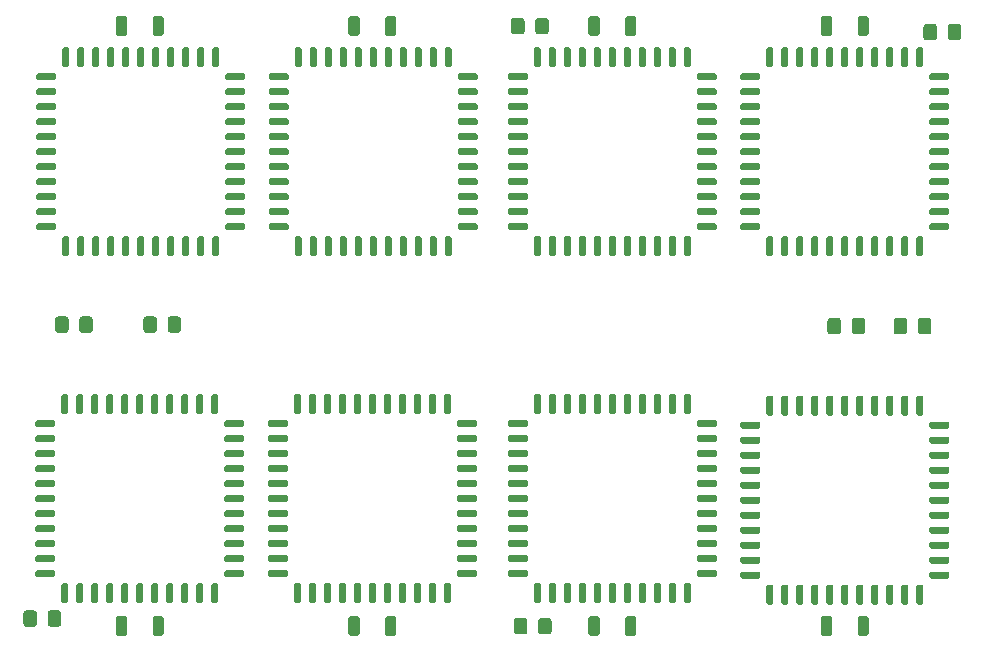
<source format=gbr>
%TF.GenerationSoftware,KiCad,Pcbnew,(5.1.9-0-10_14)*%
%TF.CreationDate,2021-04-15T22:22:18+08:00*%
%TF.ProjectId,MTMatrixRoundedAgain,4d544d61-7472-4697-9852-6f756e646564,rev?*%
%TF.SameCoordinates,Original*%
%TF.FileFunction,Paste,Bot*%
%TF.FilePolarity,Positive*%
%FSLAX46Y46*%
G04 Gerber Fmt 4.6, Leading zero omitted, Abs format (unit mm)*
G04 Created by KiCad (PCBNEW (5.1.9-0-10_14)) date 2021-04-15 22:22:18*
%MOMM*%
%LPD*%
G01*
G04 APERTURE LIST*
G04 APERTURE END LIST*
%TO.C,R2*%
G36*
G01*
X71488059Y-97138960D02*
X71488059Y-96238958D01*
G75*
G02*
X71738058Y-95988959I249999J0D01*
G01*
X72388060Y-95988959D01*
G75*
G02*
X72638059Y-96238958I0J-249999D01*
G01*
X72638059Y-97138960D01*
G75*
G02*
X72388060Y-97388959I-249999J0D01*
G01*
X71738058Y-97388959D01*
G75*
G02*
X71488059Y-97138960I0J249999D01*
G01*
G37*
G36*
G01*
X69438059Y-97138960D02*
X69438059Y-96238958D01*
G75*
G02*
X69688058Y-95988959I249999J0D01*
G01*
X70338060Y-95988959D01*
G75*
G02*
X70588059Y-96238958I0J-249999D01*
G01*
X70588059Y-97138960D01*
G75*
G02*
X70338060Y-97388959I-249999J0D01*
G01*
X69688058Y-97388959D01*
G75*
G02*
X69438059Y-97138960I0J249999D01*
G01*
G37*
%TD*%
%TO.C,R1*%
G36*
G01*
X146788059Y-46581958D02*
X146788059Y-47481960D01*
G75*
G02*
X146538060Y-47731959I-249999J0D01*
G01*
X145888058Y-47731959D01*
G75*
G02*
X145638059Y-47481960I0J249999D01*
G01*
X145638059Y-46581958D01*
G75*
G02*
X145888058Y-46331959I249999J0D01*
G01*
X146538060Y-46331959D01*
G75*
G02*
X146788059Y-46581958I0J-249999D01*
G01*
G37*
G36*
G01*
X148838059Y-46581958D02*
X148838059Y-47481960D01*
G75*
G02*
X148588060Y-47731959I-249999J0D01*
G01*
X147938058Y-47731959D01*
G75*
G02*
X147688059Y-47481960I0J249999D01*
G01*
X147688059Y-46581958D01*
G75*
G02*
X147938058Y-46331959I249999J0D01*
G01*
X148588060Y-46331959D01*
G75*
G02*
X148838059Y-46581958I0J-249999D01*
G01*
G37*
%TD*%
%TO.C,H*%
G36*
G01*
X78323059Y-77828959D02*
X78323059Y-79228959D01*
G75*
G02*
X78173059Y-79378959I-150000J0D01*
G01*
X77873059Y-79378959D01*
G75*
G02*
X77723059Y-79228959I0J150000D01*
G01*
X77723059Y-77828959D01*
G75*
G02*
X77873059Y-77678959I150000J0D01*
G01*
X78173059Y-77678959D01*
G75*
G02*
X78323059Y-77828959I0J-150000D01*
G01*
G37*
G36*
G01*
X77053059Y-77828959D02*
X77053059Y-79228959D01*
G75*
G02*
X76903059Y-79378959I-150000J0D01*
G01*
X76603059Y-79378959D01*
G75*
G02*
X76453059Y-79228959I0J150000D01*
G01*
X76453059Y-77828959D01*
G75*
G02*
X76603059Y-77678959I150000J0D01*
G01*
X76903059Y-77678959D01*
G75*
G02*
X77053059Y-77828959I0J-150000D01*
G01*
G37*
G36*
G01*
X75783059Y-77828959D02*
X75783059Y-79228959D01*
G75*
G02*
X75633059Y-79378959I-150000J0D01*
G01*
X75333059Y-79378959D01*
G75*
G02*
X75183059Y-79228959I0J150000D01*
G01*
X75183059Y-77828959D01*
G75*
G02*
X75333059Y-77678959I150000J0D01*
G01*
X75633059Y-77678959D01*
G75*
G02*
X75783059Y-77828959I0J-150000D01*
G01*
G37*
G36*
G01*
X74513059Y-77828959D02*
X74513059Y-79228959D01*
G75*
G02*
X74363059Y-79378959I-150000J0D01*
G01*
X74063059Y-79378959D01*
G75*
G02*
X73913059Y-79228959I0J150000D01*
G01*
X73913059Y-77828959D01*
G75*
G02*
X74063059Y-77678959I150000J0D01*
G01*
X74363059Y-77678959D01*
G75*
G02*
X74513059Y-77828959I0J-150000D01*
G01*
G37*
G36*
G01*
X73243059Y-77828959D02*
X73243059Y-79228959D01*
G75*
G02*
X73093059Y-79378959I-150000J0D01*
G01*
X72793059Y-79378959D01*
G75*
G02*
X72643059Y-79228959I0J150000D01*
G01*
X72643059Y-77828959D01*
G75*
G02*
X72793059Y-77678959I150000J0D01*
G01*
X73093059Y-77678959D01*
G75*
G02*
X73243059Y-77828959I0J-150000D01*
G01*
G37*
G36*
G01*
X72143059Y-80028959D02*
X72143059Y-80328959D01*
G75*
G02*
X71993059Y-80478959I-150000J0D01*
G01*
X70593059Y-80478959D01*
G75*
G02*
X70443059Y-80328959I0J150000D01*
G01*
X70443059Y-80028959D01*
G75*
G02*
X70593059Y-79878959I150000J0D01*
G01*
X71993059Y-79878959D01*
G75*
G02*
X72143059Y-80028959I0J-150000D01*
G01*
G37*
G36*
G01*
X72143059Y-81298959D02*
X72143059Y-81598959D01*
G75*
G02*
X71993059Y-81748959I-150000J0D01*
G01*
X70593059Y-81748959D01*
G75*
G02*
X70443059Y-81598959I0J150000D01*
G01*
X70443059Y-81298959D01*
G75*
G02*
X70593059Y-81148959I150000J0D01*
G01*
X71993059Y-81148959D01*
G75*
G02*
X72143059Y-81298959I0J-150000D01*
G01*
G37*
G36*
G01*
X72143059Y-82568959D02*
X72143059Y-82868959D01*
G75*
G02*
X71993059Y-83018959I-150000J0D01*
G01*
X70593059Y-83018959D01*
G75*
G02*
X70443059Y-82868959I0J150000D01*
G01*
X70443059Y-82568959D01*
G75*
G02*
X70593059Y-82418959I150000J0D01*
G01*
X71993059Y-82418959D01*
G75*
G02*
X72143059Y-82568959I0J-150000D01*
G01*
G37*
G36*
G01*
X72143059Y-83838959D02*
X72143059Y-84138959D01*
G75*
G02*
X71993059Y-84288959I-150000J0D01*
G01*
X70593059Y-84288959D01*
G75*
G02*
X70443059Y-84138959I0J150000D01*
G01*
X70443059Y-83838959D01*
G75*
G02*
X70593059Y-83688959I150000J0D01*
G01*
X71993059Y-83688959D01*
G75*
G02*
X72143059Y-83838959I0J-150000D01*
G01*
G37*
G36*
G01*
X72143059Y-85108959D02*
X72143059Y-85408959D01*
G75*
G02*
X71993059Y-85558959I-150000J0D01*
G01*
X70593059Y-85558959D01*
G75*
G02*
X70443059Y-85408959I0J150000D01*
G01*
X70443059Y-85108959D01*
G75*
G02*
X70593059Y-84958959I150000J0D01*
G01*
X71993059Y-84958959D01*
G75*
G02*
X72143059Y-85108959I0J-150000D01*
G01*
G37*
G36*
G01*
X72143059Y-86378959D02*
X72143059Y-86678959D01*
G75*
G02*
X71993059Y-86828959I-150000J0D01*
G01*
X70593059Y-86828959D01*
G75*
G02*
X70443059Y-86678959I0J150000D01*
G01*
X70443059Y-86378959D01*
G75*
G02*
X70593059Y-86228959I150000J0D01*
G01*
X71993059Y-86228959D01*
G75*
G02*
X72143059Y-86378959I0J-150000D01*
G01*
G37*
G36*
G01*
X72143059Y-87648959D02*
X72143059Y-87948959D01*
G75*
G02*
X71993059Y-88098959I-150000J0D01*
G01*
X70593059Y-88098959D01*
G75*
G02*
X70443059Y-87948959I0J150000D01*
G01*
X70443059Y-87648959D01*
G75*
G02*
X70593059Y-87498959I150000J0D01*
G01*
X71993059Y-87498959D01*
G75*
G02*
X72143059Y-87648959I0J-150000D01*
G01*
G37*
G36*
G01*
X72143059Y-88918959D02*
X72143059Y-89218959D01*
G75*
G02*
X71993059Y-89368959I-150000J0D01*
G01*
X70593059Y-89368959D01*
G75*
G02*
X70443059Y-89218959I0J150000D01*
G01*
X70443059Y-88918959D01*
G75*
G02*
X70593059Y-88768959I150000J0D01*
G01*
X71993059Y-88768959D01*
G75*
G02*
X72143059Y-88918959I0J-150000D01*
G01*
G37*
G36*
G01*
X72143059Y-90188959D02*
X72143059Y-90488959D01*
G75*
G02*
X71993059Y-90638959I-150000J0D01*
G01*
X70593059Y-90638959D01*
G75*
G02*
X70443059Y-90488959I0J150000D01*
G01*
X70443059Y-90188959D01*
G75*
G02*
X70593059Y-90038959I150000J0D01*
G01*
X71993059Y-90038959D01*
G75*
G02*
X72143059Y-90188959I0J-150000D01*
G01*
G37*
G36*
G01*
X72143059Y-91458959D02*
X72143059Y-91758959D01*
G75*
G02*
X71993059Y-91908959I-150000J0D01*
G01*
X70593059Y-91908959D01*
G75*
G02*
X70443059Y-91758959I0J150000D01*
G01*
X70443059Y-91458959D01*
G75*
G02*
X70593059Y-91308959I150000J0D01*
G01*
X71993059Y-91308959D01*
G75*
G02*
X72143059Y-91458959I0J-150000D01*
G01*
G37*
G36*
G01*
X72143059Y-92728959D02*
X72143059Y-93028959D01*
G75*
G02*
X71993059Y-93178959I-150000J0D01*
G01*
X70593059Y-93178959D01*
G75*
G02*
X70443059Y-93028959I0J150000D01*
G01*
X70443059Y-92728959D01*
G75*
G02*
X70593059Y-92578959I150000J0D01*
G01*
X71993059Y-92578959D01*
G75*
G02*
X72143059Y-92728959I0J-150000D01*
G01*
G37*
G36*
G01*
X73243059Y-93828959D02*
X73243059Y-95228959D01*
G75*
G02*
X73093059Y-95378959I-150000J0D01*
G01*
X72793059Y-95378959D01*
G75*
G02*
X72643059Y-95228959I0J150000D01*
G01*
X72643059Y-93828959D01*
G75*
G02*
X72793059Y-93678959I150000J0D01*
G01*
X73093059Y-93678959D01*
G75*
G02*
X73243059Y-93828959I0J-150000D01*
G01*
G37*
G36*
G01*
X74513059Y-93828959D02*
X74513059Y-95228959D01*
G75*
G02*
X74363059Y-95378959I-150000J0D01*
G01*
X74063059Y-95378959D01*
G75*
G02*
X73913059Y-95228959I0J150000D01*
G01*
X73913059Y-93828959D01*
G75*
G02*
X74063059Y-93678959I150000J0D01*
G01*
X74363059Y-93678959D01*
G75*
G02*
X74513059Y-93828959I0J-150000D01*
G01*
G37*
G36*
G01*
X75783059Y-93828959D02*
X75783059Y-95228959D01*
G75*
G02*
X75633059Y-95378959I-150000J0D01*
G01*
X75333059Y-95378959D01*
G75*
G02*
X75183059Y-95228959I0J150000D01*
G01*
X75183059Y-93828959D01*
G75*
G02*
X75333059Y-93678959I150000J0D01*
G01*
X75633059Y-93678959D01*
G75*
G02*
X75783059Y-93828959I0J-150000D01*
G01*
G37*
G36*
G01*
X77053059Y-93828959D02*
X77053059Y-95228959D01*
G75*
G02*
X76903059Y-95378959I-150000J0D01*
G01*
X76603059Y-95378959D01*
G75*
G02*
X76453059Y-95228959I0J150000D01*
G01*
X76453059Y-93828959D01*
G75*
G02*
X76603059Y-93678959I150000J0D01*
G01*
X76903059Y-93678959D01*
G75*
G02*
X77053059Y-93828959I0J-150000D01*
G01*
G37*
G36*
G01*
X78323059Y-93828959D02*
X78323059Y-95228959D01*
G75*
G02*
X78173059Y-95378959I-150000J0D01*
G01*
X77873059Y-95378959D01*
G75*
G02*
X77723059Y-95228959I0J150000D01*
G01*
X77723059Y-93828959D01*
G75*
G02*
X77873059Y-93678959I150000J0D01*
G01*
X78173059Y-93678959D01*
G75*
G02*
X78323059Y-93828959I0J-150000D01*
G01*
G37*
G36*
G01*
X79593059Y-93828959D02*
X79593059Y-95228959D01*
G75*
G02*
X79443059Y-95378959I-150000J0D01*
G01*
X79143059Y-95378959D01*
G75*
G02*
X78993059Y-95228959I0J150000D01*
G01*
X78993059Y-93828959D01*
G75*
G02*
X79143059Y-93678959I150000J0D01*
G01*
X79443059Y-93678959D01*
G75*
G02*
X79593059Y-93828959I0J-150000D01*
G01*
G37*
G36*
G01*
X80863059Y-93828959D02*
X80863059Y-95228959D01*
G75*
G02*
X80713059Y-95378959I-150000J0D01*
G01*
X80413059Y-95378959D01*
G75*
G02*
X80263059Y-95228959I0J150000D01*
G01*
X80263059Y-93828959D01*
G75*
G02*
X80413059Y-93678959I150000J0D01*
G01*
X80713059Y-93678959D01*
G75*
G02*
X80863059Y-93828959I0J-150000D01*
G01*
G37*
G36*
G01*
X82133059Y-93828959D02*
X82133059Y-95228959D01*
G75*
G02*
X81983059Y-95378959I-150000J0D01*
G01*
X81683059Y-95378959D01*
G75*
G02*
X81533059Y-95228959I0J150000D01*
G01*
X81533059Y-93828959D01*
G75*
G02*
X81683059Y-93678959I150000J0D01*
G01*
X81983059Y-93678959D01*
G75*
G02*
X82133059Y-93828959I0J-150000D01*
G01*
G37*
G36*
G01*
X83403059Y-93828959D02*
X83403059Y-95228959D01*
G75*
G02*
X83253059Y-95378959I-150000J0D01*
G01*
X82953059Y-95378959D01*
G75*
G02*
X82803059Y-95228959I0J150000D01*
G01*
X82803059Y-93828959D01*
G75*
G02*
X82953059Y-93678959I150000J0D01*
G01*
X83253059Y-93678959D01*
G75*
G02*
X83403059Y-93828959I0J-150000D01*
G01*
G37*
G36*
G01*
X84673059Y-93828959D02*
X84673059Y-95228959D01*
G75*
G02*
X84523059Y-95378959I-150000J0D01*
G01*
X84223059Y-95378959D01*
G75*
G02*
X84073059Y-95228959I0J150000D01*
G01*
X84073059Y-93828959D01*
G75*
G02*
X84223059Y-93678959I150000J0D01*
G01*
X84523059Y-93678959D01*
G75*
G02*
X84673059Y-93828959I0J-150000D01*
G01*
G37*
G36*
G01*
X85943059Y-93828959D02*
X85943059Y-95228959D01*
G75*
G02*
X85793059Y-95378959I-150000J0D01*
G01*
X85493059Y-95378959D01*
G75*
G02*
X85343059Y-95228959I0J150000D01*
G01*
X85343059Y-93828959D01*
G75*
G02*
X85493059Y-93678959I150000J0D01*
G01*
X85793059Y-93678959D01*
G75*
G02*
X85943059Y-93828959I0J-150000D01*
G01*
G37*
G36*
G01*
X88143059Y-92728959D02*
X88143059Y-93028959D01*
G75*
G02*
X87993059Y-93178959I-150000J0D01*
G01*
X86593059Y-93178959D01*
G75*
G02*
X86443059Y-93028959I0J150000D01*
G01*
X86443059Y-92728959D01*
G75*
G02*
X86593059Y-92578959I150000J0D01*
G01*
X87993059Y-92578959D01*
G75*
G02*
X88143059Y-92728959I0J-150000D01*
G01*
G37*
G36*
G01*
X88143059Y-91458959D02*
X88143059Y-91758959D01*
G75*
G02*
X87993059Y-91908959I-150000J0D01*
G01*
X86593059Y-91908959D01*
G75*
G02*
X86443059Y-91758959I0J150000D01*
G01*
X86443059Y-91458959D01*
G75*
G02*
X86593059Y-91308959I150000J0D01*
G01*
X87993059Y-91308959D01*
G75*
G02*
X88143059Y-91458959I0J-150000D01*
G01*
G37*
G36*
G01*
X88143059Y-90188959D02*
X88143059Y-90488959D01*
G75*
G02*
X87993059Y-90638959I-150000J0D01*
G01*
X86593059Y-90638959D01*
G75*
G02*
X86443059Y-90488959I0J150000D01*
G01*
X86443059Y-90188959D01*
G75*
G02*
X86593059Y-90038959I150000J0D01*
G01*
X87993059Y-90038959D01*
G75*
G02*
X88143059Y-90188959I0J-150000D01*
G01*
G37*
G36*
G01*
X88143059Y-88918959D02*
X88143059Y-89218959D01*
G75*
G02*
X87993059Y-89368959I-150000J0D01*
G01*
X86593059Y-89368959D01*
G75*
G02*
X86443059Y-89218959I0J150000D01*
G01*
X86443059Y-88918959D01*
G75*
G02*
X86593059Y-88768959I150000J0D01*
G01*
X87993059Y-88768959D01*
G75*
G02*
X88143059Y-88918959I0J-150000D01*
G01*
G37*
G36*
G01*
X88143059Y-87648959D02*
X88143059Y-87948959D01*
G75*
G02*
X87993059Y-88098959I-150000J0D01*
G01*
X86593059Y-88098959D01*
G75*
G02*
X86443059Y-87948959I0J150000D01*
G01*
X86443059Y-87648959D01*
G75*
G02*
X86593059Y-87498959I150000J0D01*
G01*
X87993059Y-87498959D01*
G75*
G02*
X88143059Y-87648959I0J-150000D01*
G01*
G37*
G36*
G01*
X88143059Y-86378959D02*
X88143059Y-86678959D01*
G75*
G02*
X87993059Y-86828959I-150000J0D01*
G01*
X86593059Y-86828959D01*
G75*
G02*
X86443059Y-86678959I0J150000D01*
G01*
X86443059Y-86378959D01*
G75*
G02*
X86593059Y-86228959I150000J0D01*
G01*
X87993059Y-86228959D01*
G75*
G02*
X88143059Y-86378959I0J-150000D01*
G01*
G37*
G36*
G01*
X88143059Y-85108959D02*
X88143059Y-85408959D01*
G75*
G02*
X87993059Y-85558959I-150000J0D01*
G01*
X86593059Y-85558959D01*
G75*
G02*
X86443059Y-85408959I0J150000D01*
G01*
X86443059Y-85108959D01*
G75*
G02*
X86593059Y-84958959I150000J0D01*
G01*
X87993059Y-84958959D01*
G75*
G02*
X88143059Y-85108959I0J-150000D01*
G01*
G37*
G36*
G01*
X88143059Y-83838959D02*
X88143059Y-84138959D01*
G75*
G02*
X87993059Y-84288959I-150000J0D01*
G01*
X86593059Y-84288959D01*
G75*
G02*
X86443059Y-84138959I0J150000D01*
G01*
X86443059Y-83838959D01*
G75*
G02*
X86593059Y-83688959I150000J0D01*
G01*
X87993059Y-83688959D01*
G75*
G02*
X88143059Y-83838959I0J-150000D01*
G01*
G37*
G36*
G01*
X88143059Y-82568959D02*
X88143059Y-82868959D01*
G75*
G02*
X87993059Y-83018959I-150000J0D01*
G01*
X86593059Y-83018959D01*
G75*
G02*
X86443059Y-82868959I0J150000D01*
G01*
X86443059Y-82568959D01*
G75*
G02*
X86593059Y-82418959I150000J0D01*
G01*
X87993059Y-82418959D01*
G75*
G02*
X88143059Y-82568959I0J-150000D01*
G01*
G37*
G36*
G01*
X88143059Y-81298959D02*
X88143059Y-81598959D01*
G75*
G02*
X87993059Y-81748959I-150000J0D01*
G01*
X86593059Y-81748959D01*
G75*
G02*
X86443059Y-81598959I0J150000D01*
G01*
X86443059Y-81298959D01*
G75*
G02*
X86593059Y-81148959I150000J0D01*
G01*
X87993059Y-81148959D01*
G75*
G02*
X88143059Y-81298959I0J-150000D01*
G01*
G37*
G36*
G01*
X88143059Y-80028959D02*
X88143059Y-80328959D01*
G75*
G02*
X87993059Y-80478959I-150000J0D01*
G01*
X86593059Y-80478959D01*
G75*
G02*
X86443059Y-80328959I0J150000D01*
G01*
X86443059Y-80028959D01*
G75*
G02*
X86593059Y-79878959I150000J0D01*
G01*
X87993059Y-79878959D01*
G75*
G02*
X88143059Y-80028959I0J-150000D01*
G01*
G37*
G36*
G01*
X85943059Y-77828959D02*
X85943059Y-79228959D01*
G75*
G02*
X85793059Y-79378959I-150000J0D01*
G01*
X85493059Y-79378959D01*
G75*
G02*
X85343059Y-79228959I0J150000D01*
G01*
X85343059Y-77828959D01*
G75*
G02*
X85493059Y-77678959I150000J0D01*
G01*
X85793059Y-77678959D01*
G75*
G02*
X85943059Y-77828959I0J-150000D01*
G01*
G37*
G36*
G01*
X84673059Y-77828959D02*
X84673059Y-79228959D01*
G75*
G02*
X84523059Y-79378959I-150000J0D01*
G01*
X84223059Y-79378959D01*
G75*
G02*
X84073059Y-79228959I0J150000D01*
G01*
X84073059Y-77828959D01*
G75*
G02*
X84223059Y-77678959I150000J0D01*
G01*
X84523059Y-77678959D01*
G75*
G02*
X84673059Y-77828959I0J-150000D01*
G01*
G37*
G36*
G01*
X83403059Y-77828959D02*
X83403059Y-79228959D01*
G75*
G02*
X83253059Y-79378959I-150000J0D01*
G01*
X82953059Y-79378959D01*
G75*
G02*
X82803059Y-79228959I0J150000D01*
G01*
X82803059Y-77828959D01*
G75*
G02*
X82953059Y-77678959I150000J0D01*
G01*
X83253059Y-77678959D01*
G75*
G02*
X83403059Y-77828959I0J-150000D01*
G01*
G37*
G36*
G01*
X82133059Y-77828959D02*
X82133059Y-79228959D01*
G75*
G02*
X81983059Y-79378959I-150000J0D01*
G01*
X81683059Y-79378959D01*
G75*
G02*
X81533059Y-79228959I0J150000D01*
G01*
X81533059Y-77828959D01*
G75*
G02*
X81683059Y-77678959I150000J0D01*
G01*
X81983059Y-77678959D01*
G75*
G02*
X82133059Y-77828959I0J-150000D01*
G01*
G37*
G36*
G01*
X80863059Y-77828959D02*
X80863059Y-79228959D01*
G75*
G02*
X80713059Y-79378959I-150000J0D01*
G01*
X80413059Y-79378959D01*
G75*
G02*
X80263059Y-79228959I0J150000D01*
G01*
X80263059Y-77828959D01*
G75*
G02*
X80413059Y-77678959I150000J0D01*
G01*
X80713059Y-77678959D01*
G75*
G02*
X80863059Y-77828959I0J-150000D01*
G01*
G37*
G36*
G01*
X79593059Y-77828959D02*
X79593059Y-79228959D01*
G75*
G02*
X79443059Y-79378959I-150000J0D01*
G01*
X79143059Y-79378959D01*
G75*
G02*
X78993059Y-79228959I0J150000D01*
G01*
X78993059Y-77828959D01*
G75*
G02*
X79143059Y-77678959I150000J0D01*
G01*
X79443059Y-77678959D01*
G75*
G02*
X79593059Y-77828959I0J-150000D01*
G01*
G37*
%TD*%
%TO.C,G*%
G36*
G01*
X98008059Y-77828959D02*
X98008059Y-79228959D01*
G75*
G02*
X97858059Y-79378959I-150000J0D01*
G01*
X97558059Y-79378959D01*
G75*
G02*
X97408059Y-79228959I0J150000D01*
G01*
X97408059Y-77828959D01*
G75*
G02*
X97558059Y-77678959I150000J0D01*
G01*
X97858059Y-77678959D01*
G75*
G02*
X98008059Y-77828959I0J-150000D01*
G01*
G37*
G36*
G01*
X96738059Y-77828959D02*
X96738059Y-79228959D01*
G75*
G02*
X96588059Y-79378959I-150000J0D01*
G01*
X96288059Y-79378959D01*
G75*
G02*
X96138059Y-79228959I0J150000D01*
G01*
X96138059Y-77828959D01*
G75*
G02*
X96288059Y-77678959I150000J0D01*
G01*
X96588059Y-77678959D01*
G75*
G02*
X96738059Y-77828959I0J-150000D01*
G01*
G37*
G36*
G01*
X95468059Y-77828959D02*
X95468059Y-79228959D01*
G75*
G02*
X95318059Y-79378959I-150000J0D01*
G01*
X95018059Y-79378959D01*
G75*
G02*
X94868059Y-79228959I0J150000D01*
G01*
X94868059Y-77828959D01*
G75*
G02*
X95018059Y-77678959I150000J0D01*
G01*
X95318059Y-77678959D01*
G75*
G02*
X95468059Y-77828959I0J-150000D01*
G01*
G37*
G36*
G01*
X94198059Y-77828959D02*
X94198059Y-79228959D01*
G75*
G02*
X94048059Y-79378959I-150000J0D01*
G01*
X93748059Y-79378959D01*
G75*
G02*
X93598059Y-79228959I0J150000D01*
G01*
X93598059Y-77828959D01*
G75*
G02*
X93748059Y-77678959I150000J0D01*
G01*
X94048059Y-77678959D01*
G75*
G02*
X94198059Y-77828959I0J-150000D01*
G01*
G37*
G36*
G01*
X92928059Y-77828959D02*
X92928059Y-79228959D01*
G75*
G02*
X92778059Y-79378959I-150000J0D01*
G01*
X92478059Y-79378959D01*
G75*
G02*
X92328059Y-79228959I0J150000D01*
G01*
X92328059Y-77828959D01*
G75*
G02*
X92478059Y-77678959I150000J0D01*
G01*
X92778059Y-77678959D01*
G75*
G02*
X92928059Y-77828959I0J-150000D01*
G01*
G37*
G36*
G01*
X91828059Y-80028959D02*
X91828059Y-80328959D01*
G75*
G02*
X91678059Y-80478959I-150000J0D01*
G01*
X90278059Y-80478959D01*
G75*
G02*
X90128059Y-80328959I0J150000D01*
G01*
X90128059Y-80028959D01*
G75*
G02*
X90278059Y-79878959I150000J0D01*
G01*
X91678059Y-79878959D01*
G75*
G02*
X91828059Y-80028959I0J-150000D01*
G01*
G37*
G36*
G01*
X91828059Y-81298959D02*
X91828059Y-81598959D01*
G75*
G02*
X91678059Y-81748959I-150000J0D01*
G01*
X90278059Y-81748959D01*
G75*
G02*
X90128059Y-81598959I0J150000D01*
G01*
X90128059Y-81298959D01*
G75*
G02*
X90278059Y-81148959I150000J0D01*
G01*
X91678059Y-81148959D01*
G75*
G02*
X91828059Y-81298959I0J-150000D01*
G01*
G37*
G36*
G01*
X91828059Y-82568959D02*
X91828059Y-82868959D01*
G75*
G02*
X91678059Y-83018959I-150000J0D01*
G01*
X90278059Y-83018959D01*
G75*
G02*
X90128059Y-82868959I0J150000D01*
G01*
X90128059Y-82568959D01*
G75*
G02*
X90278059Y-82418959I150000J0D01*
G01*
X91678059Y-82418959D01*
G75*
G02*
X91828059Y-82568959I0J-150000D01*
G01*
G37*
G36*
G01*
X91828059Y-83838959D02*
X91828059Y-84138959D01*
G75*
G02*
X91678059Y-84288959I-150000J0D01*
G01*
X90278059Y-84288959D01*
G75*
G02*
X90128059Y-84138959I0J150000D01*
G01*
X90128059Y-83838959D01*
G75*
G02*
X90278059Y-83688959I150000J0D01*
G01*
X91678059Y-83688959D01*
G75*
G02*
X91828059Y-83838959I0J-150000D01*
G01*
G37*
G36*
G01*
X91828059Y-85108959D02*
X91828059Y-85408959D01*
G75*
G02*
X91678059Y-85558959I-150000J0D01*
G01*
X90278059Y-85558959D01*
G75*
G02*
X90128059Y-85408959I0J150000D01*
G01*
X90128059Y-85108959D01*
G75*
G02*
X90278059Y-84958959I150000J0D01*
G01*
X91678059Y-84958959D01*
G75*
G02*
X91828059Y-85108959I0J-150000D01*
G01*
G37*
G36*
G01*
X91828059Y-86378959D02*
X91828059Y-86678959D01*
G75*
G02*
X91678059Y-86828959I-150000J0D01*
G01*
X90278059Y-86828959D01*
G75*
G02*
X90128059Y-86678959I0J150000D01*
G01*
X90128059Y-86378959D01*
G75*
G02*
X90278059Y-86228959I150000J0D01*
G01*
X91678059Y-86228959D01*
G75*
G02*
X91828059Y-86378959I0J-150000D01*
G01*
G37*
G36*
G01*
X91828059Y-87648959D02*
X91828059Y-87948959D01*
G75*
G02*
X91678059Y-88098959I-150000J0D01*
G01*
X90278059Y-88098959D01*
G75*
G02*
X90128059Y-87948959I0J150000D01*
G01*
X90128059Y-87648959D01*
G75*
G02*
X90278059Y-87498959I150000J0D01*
G01*
X91678059Y-87498959D01*
G75*
G02*
X91828059Y-87648959I0J-150000D01*
G01*
G37*
G36*
G01*
X91828059Y-88918959D02*
X91828059Y-89218959D01*
G75*
G02*
X91678059Y-89368959I-150000J0D01*
G01*
X90278059Y-89368959D01*
G75*
G02*
X90128059Y-89218959I0J150000D01*
G01*
X90128059Y-88918959D01*
G75*
G02*
X90278059Y-88768959I150000J0D01*
G01*
X91678059Y-88768959D01*
G75*
G02*
X91828059Y-88918959I0J-150000D01*
G01*
G37*
G36*
G01*
X91828059Y-90188959D02*
X91828059Y-90488959D01*
G75*
G02*
X91678059Y-90638959I-150000J0D01*
G01*
X90278059Y-90638959D01*
G75*
G02*
X90128059Y-90488959I0J150000D01*
G01*
X90128059Y-90188959D01*
G75*
G02*
X90278059Y-90038959I150000J0D01*
G01*
X91678059Y-90038959D01*
G75*
G02*
X91828059Y-90188959I0J-150000D01*
G01*
G37*
G36*
G01*
X91828059Y-91458959D02*
X91828059Y-91758959D01*
G75*
G02*
X91678059Y-91908959I-150000J0D01*
G01*
X90278059Y-91908959D01*
G75*
G02*
X90128059Y-91758959I0J150000D01*
G01*
X90128059Y-91458959D01*
G75*
G02*
X90278059Y-91308959I150000J0D01*
G01*
X91678059Y-91308959D01*
G75*
G02*
X91828059Y-91458959I0J-150000D01*
G01*
G37*
G36*
G01*
X91828059Y-92728959D02*
X91828059Y-93028959D01*
G75*
G02*
X91678059Y-93178959I-150000J0D01*
G01*
X90278059Y-93178959D01*
G75*
G02*
X90128059Y-93028959I0J150000D01*
G01*
X90128059Y-92728959D01*
G75*
G02*
X90278059Y-92578959I150000J0D01*
G01*
X91678059Y-92578959D01*
G75*
G02*
X91828059Y-92728959I0J-150000D01*
G01*
G37*
G36*
G01*
X92928059Y-93828959D02*
X92928059Y-95228959D01*
G75*
G02*
X92778059Y-95378959I-150000J0D01*
G01*
X92478059Y-95378959D01*
G75*
G02*
X92328059Y-95228959I0J150000D01*
G01*
X92328059Y-93828959D01*
G75*
G02*
X92478059Y-93678959I150000J0D01*
G01*
X92778059Y-93678959D01*
G75*
G02*
X92928059Y-93828959I0J-150000D01*
G01*
G37*
G36*
G01*
X94198059Y-93828959D02*
X94198059Y-95228959D01*
G75*
G02*
X94048059Y-95378959I-150000J0D01*
G01*
X93748059Y-95378959D01*
G75*
G02*
X93598059Y-95228959I0J150000D01*
G01*
X93598059Y-93828959D01*
G75*
G02*
X93748059Y-93678959I150000J0D01*
G01*
X94048059Y-93678959D01*
G75*
G02*
X94198059Y-93828959I0J-150000D01*
G01*
G37*
G36*
G01*
X95468059Y-93828959D02*
X95468059Y-95228959D01*
G75*
G02*
X95318059Y-95378959I-150000J0D01*
G01*
X95018059Y-95378959D01*
G75*
G02*
X94868059Y-95228959I0J150000D01*
G01*
X94868059Y-93828959D01*
G75*
G02*
X95018059Y-93678959I150000J0D01*
G01*
X95318059Y-93678959D01*
G75*
G02*
X95468059Y-93828959I0J-150000D01*
G01*
G37*
G36*
G01*
X96738059Y-93828959D02*
X96738059Y-95228959D01*
G75*
G02*
X96588059Y-95378959I-150000J0D01*
G01*
X96288059Y-95378959D01*
G75*
G02*
X96138059Y-95228959I0J150000D01*
G01*
X96138059Y-93828959D01*
G75*
G02*
X96288059Y-93678959I150000J0D01*
G01*
X96588059Y-93678959D01*
G75*
G02*
X96738059Y-93828959I0J-150000D01*
G01*
G37*
G36*
G01*
X98008059Y-93828959D02*
X98008059Y-95228959D01*
G75*
G02*
X97858059Y-95378959I-150000J0D01*
G01*
X97558059Y-95378959D01*
G75*
G02*
X97408059Y-95228959I0J150000D01*
G01*
X97408059Y-93828959D01*
G75*
G02*
X97558059Y-93678959I150000J0D01*
G01*
X97858059Y-93678959D01*
G75*
G02*
X98008059Y-93828959I0J-150000D01*
G01*
G37*
G36*
G01*
X99278059Y-93828959D02*
X99278059Y-95228959D01*
G75*
G02*
X99128059Y-95378959I-150000J0D01*
G01*
X98828059Y-95378959D01*
G75*
G02*
X98678059Y-95228959I0J150000D01*
G01*
X98678059Y-93828959D01*
G75*
G02*
X98828059Y-93678959I150000J0D01*
G01*
X99128059Y-93678959D01*
G75*
G02*
X99278059Y-93828959I0J-150000D01*
G01*
G37*
G36*
G01*
X100548059Y-93828959D02*
X100548059Y-95228959D01*
G75*
G02*
X100398059Y-95378959I-150000J0D01*
G01*
X100098059Y-95378959D01*
G75*
G02*
X99948059Y-95228959I0J150000D01*
G01*
X99948059Y-93828959D01*
G75*
G02*
X100098059Y-93678959I150000J0D01*
G01*
X100398059Y-93678959D01*
G75*
G02*
X100548059Y-93828959I0J-150000D01*
G01*
G37*
G36*
G01*
X101818059Y-93828959D02*
X101818059Y-95228959D01*
G75*
G02*
X101668059Y-95378959I-150000J0D01*
G01*
X101368059Y-95378959D01*
G75*
G02*
X101218059Y-95228959I0J150000D01*
G01*
X101218059Y-93828959D01*
G75*
G02*
X101368059Y-93678959I150000J0D01*
G01*
X101668059Y-93678959D01*
G75*
G02*
X101818059Y-93828959I0J-150000D01*
G01*
G37*
G36*
G01*
X103088059Y-93828959D02*
X103088059Y-95228959D01*
G75*
G02*
X102938059Y-95378959I-150000J0D01*
G01*
X102638059Y-95378959D01*
G75*
G02*
X102488059Y-95228959I0J150000D01*
G01*
X102488059Y-93828959D01*
G75*
G02*
X102638059Y-93678959I150000J0D01*
G01*
X102938059Y-93678959D01*
G75*
G02*
X103088059Y-93828959I0J-150000D01*
G01*
G37*
G36*
G01*
X104358059Y-93828959D02*
X104358059Y-95228959D01*
G75*
G02*
X104208059Y-95378959I-150000J0D01*
G01*
X103908059Y-95378959D01*
G75*
G02*
X103758059Y-95228959I0J150000D01*
G01*
X103758059Y-93828959D01*
G75*
G02*
X103908059Y-93678959I150000J0D01*
G01*
X104208059Y-93678959D01*
G75*
G02*
X104358059Y-93828959I0J-150000D01*
G01*
G37*
G36*
G01*
X105628059Y-93828959D02*
X105628059Y-95228959D01*
G75*
G02*
X105478059Y-95378959I-150000J0D01*
G01*
X105178059Y-95378959D01*
G75*
G02*
X105028059Y-95228959I0J150000D01*
G01*
X105028059Y-93828959D01*
G75*
G02*
X105178059Y-93678959I150000J0D01*
G01*
X105478059Y-93678959D01*
G75*
G02*
X105628059Y-93828959I0J-150000D01*
G01*
G37*
G36*
G01*
X107828059Y-92728959D02*
X107828059Y-93028959D01*
G75*
G02*
X107678059Y-93178959I-150000J0D01*
G01*
X106278059Y-93178959D01*
G75*
G02*
X106128059Y-93028959I0J150000D01*
G01*
X106128059Y-92728959D01*
G75*
G02*
X106278059Y-92578959I150000J0D01*
G01*
X107678059Y-92578959D01*
G75*
G02*
X107828059Y-92728959I0J-150000D01*
G01*
G37*
G36*
G01*
X107828059Y-91458959D02*
X107828059Y-91758959D01*
G75*
G02*
X107678059Y-91908959I-150000J0D01*
G01*
X106278059Y-91908959D01*
G75*
G02*
X106128059Y-91758959I0J150000D01*
G01*
X106128059Y-91458959D01*
G75*
G02*
X106278059Y-91308959I150000J0D01*
G01*
X107678059Y-91308959D01*
G75*
G02*
X107828059Y-91458959I0J-150000D01*
G01*
G37*
G36*
G01*
X107828059Y-90188959D02*
X107828059Y-90488959D01*
G75*
G02*
X107678059Y-90638959I-150000J0D01*
G01*
X106278059Y-90638959D01*
G75*
G02*
X106128059Y-90488959I0J150000D01*
G01*
X106128059Y-90188959D01*
G75*
G02*
X106278059Y-90038959I150000J0D01*
G01*
X107678059Y-90038959D01*
G75*
G02*
X107828059Y-90188959I0J-150000D01*
G01*
G37*
G36*
G01*
X107828059Y-88918959D02*
X107828059Y-89218959D01*
G75*
G02*
X107678059Y-89368959I-150000J0D01*
G01*
X106278059Y-89368959D01*
G75*
G02*
X106128059Y-89218959I0J150000D01*
G01*
X106128059Y-88918959D01*
G75*
G02*
X106278059Y-88768959I150000J0D01*
G01*
X107678059Y-88768959D01*
G75*
G02*
X107828059Y-88918959I0J-150000D01*
G01*
G37*
G36*
G01*
X107828059Y-87648959D02*
X107828059Y-87948959D01*
G75*
G02*
X107678059Y-88098959I-150000J0D01*
G01*
X106278059Y-88098959D01*
G75*
G02*
X106128059Y-87948959I0J150000D01*
G01*
X106128059Y-87648959D01*
G75*
G02*
X106278059Y-87498959I150000J0D01*
G01*
X107678059Y-87498959D01*
G75*
G02*
X107828059Y-87648959I0J-150000D01*
G01*
G37*
G36*
G01*
X107828059Y-86378959D02*
X107828059Y-86678959D01*
G75*
G02*
X107678059Y-86828959I-150000J0D01*
G01*
X106278059Y-86828959D01*
G75*
G02*
X106128059Y-86678959I0J150000D01*
G01*
X106128059Y-86378959D01*
G75*
G02*
X106278059Y-86228959I150000J0D01*
G01*
X107678059Y-86228959D01*
G75*
G02*
X107828059Y-86378959I0J-150000D01*
G01*
G37*
G36*
G01*
X107828059Y-85108959D02*
X107828059Y-85408959D01*
G75*
G02*
X107678059Y-85558959I-150000J0D01*
G01*
X106278059Y-85558959D01*
G75*
G02*
X106128059Y-85408959I0J150000D01*
G01*
X106128059Y-85108959D01*
G75*
G02*
X106278059Y-84958959I150000J0D01*
G01*
X107678059Y-84958959D01*
G75*
G02*
X107828059Y-85108959I0J-150000D01*
G01*
G37*
G36*
G01*
X107828059Y-83838959D02*
X107828059Y-84138959D01*
G75*
G02*
X107678059Y-84288959I-150000J0D01*
G01*
X106278059Y-84288959D01*
G75*
G02*
X106128059Y-84138959I0J150000D01*
G01*
X106128059Y-83838959D01*
G75*
G02*
X106278059Y-83688959I150000J0D01*
G01*
X107678059Y-83688959D01*
G75*
G02*
X107828059Y-83838959I0J-150000D01*
G01*
G37*
G36*
G01*
X107828059Y-82568959D02*
X107828059Y-82868959D01*
G75*
G02*
X107678059Y-83018959I-150000J0D01*
G01*
X106278059Y-83018959D01*
G75*
G02*
X106128059Y-82868959I0J150000D01*
G01*
X106128059Y-82568959D01*
G75*
G02*
X106278059Y-82418959I150000J0D01*
G01*
X107678059Y-82418959D01*
G75*
G02*
X107828059Y-82568959I0J-150000D01*
G01*
G37*
G36*
G01*
X107828059Y-81298959D02*
X107828059Y-81598959D01*
G75*
G02*
X107678059Y-81748959I-150000J0D01*
G01*
X106278059Y-81748959D01*
G75*
G02*
X106128059Y-81598959I0J150000D01*
G01*
X106128059Y-81298959D01*
G75*
G02*
X106278059Y-81148959I150000J0D01*
G01*
X107678059Y-81148959D01*
G75*
G02*
X107828059Y-81298959I0J-150000D01*
G01*
G37*
G36*
G01*
X107828059Y-80028959D02*
X107828059Y-80328959D01*
G75*
G02*
X107678059Y-80478959I-150000J0D01*
G01*
X106278059Y-80478959D01*
G75*
G02*
X106128059Y-80328959I0J150000D01*
G01*
X106128059Y-80028959D01*
G75*
G02*
X106278059Y-79878959I150000J0D01*
G01*
X107678059Y-79878959D01*
G75*
G02*
X107828059Y-80028959I0J-150000D01*
G01*
G37*
G36*
G01*
X105628059Y-77828959D02*
X105628059Y-79228959D01*
G75*
G02*
X105478059Y-79378959I-150000J0D01*
G01*
X105178059Y-79378959D01*
G75*
G02*
X105028059Y-79228959I0J150000D01*
G01*
X105028059Y-77828959D01*
G75*
G02*
X105178059Y-77678959I150000J0D01*
G01*
X105478059Y-77678959D01*
G75*
G02*
X105628059Y-77828959I0J-150000D01*
G01*
G37*
G36*
G01*
X104358059Y-77828959D02*
X104358059Y-79228959D01*
G75*
G02*
X104208059Y-79378959I-150000J0D01*
G01*
X103908059Y-79378959D01*
G75*
G02*
X103758059Y-79228959I0J150000D01*
G01*
X103758059Y-77828959D01*
G75*
G02*
X103908059Y-77678959I150000J0D01*
G01*
X104208059Y-77678959D01*
G75*
G02*
X104358059Y-77828959I0J-150000D01*
G01*
G37*
G36*
G01*
X103088059Y-77828959D02*
X103088059Y-79228959D01*
G75*
G02*
X102938059Y-79378959I-150000J0D01*
G01*
X102638059Y-79378959D01*
G75*
G02*
X102488059Y-79228959I0J150000D01*
G01*
X102488059Y-77828959D01*
G75*
G02*
X102638059Y-77678959I150000J0D01*
G01*
X102938059Y-77678959D01*
G75*
G02*
X103088059Y-77828959I0J-150000D01*
G01*
G37*
G36*
G01*
X101818059Y-77828959D02*
X101818059Y-79228959D01*
G75*
G02*
X101668059Y-79378959I-150000J0D01*
G01*
X101368059Y-79378959D01*
G75*
G02*
X101218059Y-79228959I0J150000D01*
G01*
X101218059Y-77828959D01*
G75*
G02*
X101368059Y-77678959I150000J0D01*
G01*
X101668059Y-77678959D01*
G75*
G02*
X101818059Y-77828959I0J-150000D01*
G01*
G37*
G36*
G01*
X100548059Y-77828959D02*
X100548059Y-79228959D01*
G75*
G02*
X100398059Y-79378959I-150000J0D01*
G01*
X100098059Y-79378959D01*
G75*
G02*
X99948059Y-79228959I0J150000D01*
G01*
X99948059Y-77828959D01*
G75*
G02*
X100098059Y-77678959I150000J0D01*
G01*
X100398059Y-77678959D01*
G75*
G02*
X100548059Y-77828959I0J-150000D01*
G01*
G37*
G36*
G01*
X99278059Y-77828959D02*
X99278059Y-79228959D01*
G75*
G02*
X99128059Y-79378959I-150000J0D01*
G01*
X98828059Y-79378959D01*
G75*
G02*
X98678059Y-79228959I0J150000D01*
G01*
X98678059Y-77828959D01*
G75*
G02*
X98828059Y-77678959I150000J0D01*
G01*
X99128059Y-77678959D01*
G75*
G02*
X99278059Y-77828959I0J-150000D01*
G01*
G37*
%TD*%
%TO.C,F*%
G36*
G01*
X118328059Y-77828959D02*
X118328059Y-79228959D01*
G75*
G02*
X118178059Y-79378959I-150000J0D01*
G01*
X117878059Y-79378959D01*
G75*
G02*
X117728059Y-79228959I0J150000D01*
G01*
X117728059Y-77828959D01*
G75*
G02*
X117878059Y-77678959I150000J0D01*
G01*
X118178059Y-77678959D01*
G75*
G02*
X118328059Y-77828959I0J-150000D01*
G01*
G37*
G36*
G01*
X117058059Y-77828959D02*
X117058059Y-79228959D01*
G75*
G02*
X116908059Y-79378959I-150000J0D01*
G01*
X116608059Y-79378959D01*
G75*
G02*
X116458059Y-79228959I0J150000D01*
G01*
X116458059Y-77828959D01*
G75*
G02*
X116608059Y-77678959I150000J0D01*
G01*
X116908059Y-77678959D01*
G75*
G02*
X117058059Y-77828959I0J-150000D01*
G01*
G37*
G36*
G01*
X115788059Y-77828959D02*
X115788059Y-79228959D01*
G75*
G02*
X115638059Y-79378959I-150000J0D01*
G01*
X115338059Y-79378959D01*
G75*
G02*
X115188059Y-79228959I0J150000D01*
G01*
X115188059Y-77828959D01*
G75*
G02*
X115338059Y-77678959I150000J0D01*
G01*
X115638059Y-77678959D01*
G75*
G02*
X115788059Y-77828959I0J-150000D01*
G01*
G37*
G36*
G01*
X114518059Y-77828959D02*
X114518059Y-79228959D01*
G75*
G02*
X114368059Y-79378959I-150000J0D01*
G01*
X114068059Y-79378959D01*
G75*
G02*
X113918059Y-79228959I0J150000D01*
G01*
X113918059Y-77828959D01*
G75*
G02*
X114068059Y-77678959I150000J0D01*
G01*
X114368059Y-77678959D01*
G75*
G02*
X114518059Y-77828959I0J-150000D01*
G01*
G37*
G36*
G01*
X113248059Y-77828959D02*
X113248059Y-79228959D01*
G75*
G02*
X113098059Y-79378959I-150000J0D01*
G01*
X112798059Y-79378959D01*
G75*
G02*
X112648059Y-79228959I0J150000D01*
G01*
X112648059Y-77828959D01*
G75*
G02*
X112798059Y-77678959I150000J0D01*
G01*
X113098059Y-77678959D01*
G75*
G02*
X113248059Y-77828959I0J-150000D01*
G01*
G37*
G36*
G01*
X112148059Y-80028959D02*
X112148059Y-80328959D01*
G75*
G02*
X111998059Y-80478959I-150000J0D01*
G01*
X110598059Y-80478959D01*
G75*
G02*
X110448059Y-80328959I0J150000D01*
G01*
X110448059Y-80028959D01*
G75*
G02*
X110598059Y-79878959I150000J0D01*
G01*
X111998059Y-79878959D01*
G75*
G02*
X112148059Y-80028959I0J-150000D01*
G01*
G37*
G36*
G01*
X112148059Y-81298959D02*
X112148059Y-81598959D01*
G75*
G02*
X111998059Y-81748959I-150000J0D01*
G01*
X110598059Y-81748959D01*
G75*
G02*
X110448059Y-81598959I0J150000D01*
G01*
X110448059Y-81298959D01*
G75*
G02*
X110598059Y-81148959I150000J0D01*
G01*
X111998059Y-81148959D01*
G75*
G02*
X112148059Y-81298959I0J-150000D01*
G01*
G37*
G36*
G01*
X112148059Y-82568959D02*
X112148059Y-82868959D01*
G75*
G02*
X111998059Y-83018959I-150000J0D01*
G01*
X110598059Y-83018959D01*
G75*
G02*
X110448059Y-82868959I0J150000D01*
G01*
X110448059Y-82568959D01*
G75*
G02*
X110598059Y-82418959I150000J0D01*
G01*
X111998059Y-82418959D01*
G75*
G02*
X112148059Y-82568959I0J-150000D01*
G01*
G37*
G36*
G01*
X112148059Y-83838959D02*
X112148059Y-84138959D01*
G75*
G02*
X111998059Y-84288959I-150000J0D01*
G01*
X110598059Y-84288959D01*
G75*
G02*
X110448059Y-84138959I0J150000D01*
G01*
X110448059Y-83838959D01*
G75*
G02*
X110598059Y-83688959I150000J0D01*
G01*
X111998059Y-83688959D01*
G75*
G02*
X112148059Y-83838959I0J-150000D01*
G01*
G37*
G36*
G01*
X112148059Y-85108959D02*
X112148059Y-85408959D01*
G75*
G02*
X111998059Y-85558959I-150000J0D01*
G01*
X110598059Y-85558959D01*
G75*
G02*
X110448059Y-85408959I0J150000D01*
G01*
X110448059Y-85108959D01*
G75*
G02*
X110598059Y-84958959I150000J0D01*
G01*
X111998059Y-84958959D01*
G75*
G02*
X112148059Y-85108959I0J-150000D01*
G01*
G37*
G36*
G01*
X112148059Y-86378959D02*
X112148059Y-86678959D01*
G75*
G02*
X111998059Y-86828959I-150000J0D01*
G01*
X110598059Y-86828959D01*
G75*
G02*
X110448059Y-86678959I0J150000D01*
G01*
X110448059Y-86378959D01*
G75*
G02*
X110598059Y-86228959I150000J0D01*
G01*
X111998059Y-86228959D01*
G75*
G02*
X112148059Y-86378959I0J-150000D01*
G01*
G37*
G36*
G01*
X112148059Y-87648959D02*
X112148059Y-87948959D01*
G75*
G02*
X111998059Y-88098959I-150000J0D01*
G01*
X110598059Y-88098959D01*
G75*
G02*
X110448059Y-87948959I0J150000D01*
G01*
X110448059Y-87648959D01*
G75*
G02*
X110598059Y-87498959I150000J0D01*
G01*
X111998059Y-87498959D01*
G75*
G02*
X112148059Y-87648959I0J-150000D01*
G01*
G37*
G36*
G01*
X112148059Y-88918959D02*
X112148059Y-89218959D01*
G75*
G02*
X111998059Y-89368959I-150000J0D01*
G01*
X110598059Y-89368959D01*
G75*
G02*
X110448059Y-89218959I0J150000D01*
G01*
X110448059Y-88918959D01*
G75*
G02*
X110598059Y-88768959I150000J0D01*
G01*
X111998059Y-88768959D01*
G75*
G02*
X112148059Y-88918959I0J-150000D01*
G01*
G37*
G36*
G01*
X112148059Y-90188959D02*
X112148059Y-90488959D01*
G75*
G02*
X111998059Y-90638959I-150000J0D01*
G01*
X110598059Y-90638959D01*
G75*
G02*
X110448059Y-90488959I0J150000D01*
G01*
X110448059Y-90188959D01*
G75*
G02*
X110598059Y-90038959I150000J0D01*
G01*
X111998059Y-90038959D01*
G75*
G02*
X112148059Y-90188959I0J-150000D01*
G01*
G37*
G36*
G01*
X112148059Y-91458959D02*
X112148059Y-91758959D01*
G75*
G02*
X111998059Y-91908959I-150000J0D01*
G01*
X110598059Y-91908959D01*
G75*
G02*
X110448059Y-91758959I0J150000D01*
G01*
X110448059Y-91458959D01*
G75*
G02*
X110598059Y-91308959I150000J0D01*
G01*
X111998059Y-91308959D01*
G75*
G02*
X112148059Y-91458959I0J-150000D01*
G01*
G37*
G36*
G01*
X112148059Y-92728959D02*
X112148059Y-93028959D01*
G75*
G02*
X111998059Y-93178959I-150000J0D01*
G01*
X110598059Y-93178959D01*
G75*
G02*
X110448059Y-93028959I0J150000D01*
G01*
X110448059Y-92728959D01*
G75*
G02*
X110598059Y-92578959I150000J0D01*
G01*
X111998059Y-92578959D01*
G75*
G02*
X112148059Y-92728959I0J-150000D01*
G01*
G37*
G36*
G01*
X113248059Y-93828959D02*
X113248059Y-95228959D01*
G75*
G02*
X113098059Y-95378959I-150000J0D01*
G01*
X112798059Y-95378959D01*
G75*
G02*
X112648059Y-95228959I0J150000D01*
G01*
X112648059Y-93828959D01*
G75*
G02*
X112798059Y-93678959I150000J0D01*
G01*
X113098059Y-93678959D01*
G75*
G02*
X113248059Y-93828959I0J-150000D01*
G01*
G37*
G36*
G01*
X114518059Y-93828959D02*
X114518059Y-95228959D01*
G75*
G02*
X114368059Y-95378959I-150000J0D01*
G01*
X114068059Y-95378959D01*
G75*
G02*
X113918059Y-95228959I0J150000D01*
G01*
X113918059Y-93828959D01*
G75*
G02*
X114068059Y-93678959I150000J0D01*
G01*
X114368059Y-93678959D01*
G75*
G02*
X114518059Y-93828959I0J-150000D01*
G01*
G37*
G36*
G01*
X115788059Y-93828959D02*
X115788059Y-95228959D01*
G75*
G02*
X115638059Y-95378959I-150000J0D01*
G01*
X115338059Y-95378959D01*
G75*
G02*
X115188059Y-95228959I0J150000D01*
G01*
X115188059Y-93828959D01*
G75*
G02*
X115338059Y-93678959I150000J0D01*
G01*
X115638059Y-93678959D01*
G75*
G02*
X115788059Y-93828959I0J-150000D01*
G01*
G37*
G36*
G01*
X117058059Y-93828959D02*
X117058059Y-95228959D01*
G75*
G02*
X116908059Y-95378959I-150000J0D01*
G01*
X116608059Y-95378959D01*
G75*
G02*
X116458059Y-95228959I0J150000D01*
G01*
X116458059Y-93828959D01*
G75*
G02*
X116608059Y-93678959I150000J0D01*
G01*
X116908059Y-93678959D01*
G75*
G02*
X117058059Y-93828959I0J-150000D01*
G01*
G37*
G36*
G01*
X118328059Y-93828959D02*
X118328059Y-95228959D01*
G75*
G02*
X118178059Y-95378959I-150000J0D01*
G01*
X117878059Y-95378959D01*
G75*
G02*
X117728059Y-95228959I0J150000D01*
G01*
X117728059Y-93828959D01*
G75*
G02*
X117878059Y-93678959I150000J0D01*
G01*
X118178059Y-93678959D01*
G75*
G02*
X118328059Y-93828959I0J-150000D01*
G01*
G37*
G36*
G01*
X119598059Y-93828959D02*
X119598059Y-95228959D01*
G75*
G02*
X119448059Y-95378959I-150000J0D01*
G01*
X119148059Y-95378959D01*
G75*
G02*
X118998059Y-95228959I0J150000D01*
G01*
X118998059Y-93828959D01*
G75*
G02*
X119148059Y-93678959I150000J0D01*
G01*
X119448059Y-93678959D01*
G75*
G02*
X119598059Y-93828959I0J-150000D01*
G01*
G37*
G36*
G01*
X120868059Y-93828959D02*
X120868059Y-95228959D01*
G75*
G02*
X120718059Y-95378959I-150000J0D01*
G01*
X120418059Y-95378959D01*
G75*
G02*
X120268059Y-95228959I0J150000D01*
G01*
X120268059Y-93828959D01*
G75*
G02*
X120418059Y-93678959I150000J0D01*
G01*
X120718059Y-93678959D01*
G75*
G02*
X120868059Y-93828959I0J-150000D01*
G01*
G37*
G36*
G01*
X122138059Y-93828959D02*
X122138059Y-95228959D01*
G75*
G02*
X121988059Y-95378959I-150000J0D01*
G01*
X121688059Y-95378959D01*
G75*
G02*
X121538059Y-95228959I0J150000D01*
G01*
X121538059Y-93828959D01*
G75*
G02*
X121688059Y-93678959I150000J0D01*
G01*
X121988059Y-93678959D01*
G75*
G02*
X122138059Y-93828959I0J-150000D01*
G01*
G37*
G36*
G01*
X123408059Y-93828959D02*
X123408059Y-95228959D01*
G75*
G02*
X123258059Y-95378959I-150000J0D01*
G01*
X122958059Y-95378959D01*
G75*
G02*
X122808059Y-95228959I0J150000D01*
G01*
X122808059Y-93828959D01*
G75*
G02*
X122958059Y-93678959I150000J0D01*
G01*
X123258059Y-93678959D01*
G75*
G02*
X123408059Y-93828959I0J-150000D01*
G01*
G37*
G36*
G01*
X124678059Y-93828959D02*
X124678059Y-95228959D01*
G75*
G02*
X124528059Y-95378959I-150000J0D01*
G01*
X124228059Y-95378959D01*
G75*
G02*
X124078059Y-95228959I0J150000D01*
G01*
X124078059Y-93828959D01*
G75*
G02*
X124228059Y-93678959I150000J0D01*
G01*
X124528059Y-93678959D01*
G75*
G02*
X124678059Y-93828959I0J-150000D01*
G01*
G37*
G36*
G01*
X125948059Y-93828959D02*
X125948059Y-95228959D01*
G75*
G02*
X125798059Y-95378959I-150000J0D01*
G01*
X125498059Y-95378959D01*
G75*
G02*
X125348059Y-95228959I0J150000D01*
G01*
X125348059Y-93828959D01*
G75*
G02*
X125498059Y-93678959I150000J0D01*
G01*
X125798059Y-93678959D01*
G75*
G02*
X125948059Y-93828959I0J-150000D01*
G01*
G37*
G36*
G01*
X128148059Y-92728959D02*
X128148059Y-93028959D01*
G75*
G02*
X127998059Y-93178959I-150000J0D01*
G01*
X126598059Y-93178959D01*
G75*
G02*
X126448059Y-93028959I0J150000D01*
G01*
X126448059Y-92728959D01*
G75*
G02*
X126598059Y-92578959I150000J0D01*
G01*
X127998059Y-92578959D01*
G75*
G02*
X128148059Y-92728959I0J-150000D01*
G01*
G37*
G36*
G01*
X128148059Y-91458959D02*
X128148059Y-91758959D01*
G75*
G02*
X127998059Y-91908959I-150000J0D01*
G01*
X126598059Y-91908959D01*
G75*
G02*
X126448059Y-91758959I0J150000D01*
G01*
X126448059Y-91458959D01*
G75*
G02*
X126598059Y-91308959I150000J0D01*
G01*
X127998059Y-91308959D01*
G75*
G02*
X128148059Y-91458959I0J-150000D01*
G01*
G37*
G36*
G01*
X128148059Y-90188959D02*
X128148059Y-90488959D01*
G75*
G02*
X127998059Y-90638959I-150000J0D01*
G01*
X126598059Y-90638959D01*
G75*
G02*
X126448059Y-90488959I0J150000D01*
G01*
X126448059Y-90188959D01*
G75*
G02*
X126598059Y-90038959I150000J0D01*
G01*
X127998059Y-90038959D01*
G75*
G02*
X128148059Y-90188959I0J-150000D01*
G01*
G37*
G36*
G01*
X128148059Y-88918959D02*
X128148059Y-89218959D01*
G75*
G02*
X127998059Y-89368959I-150000J0D01*
G01*
X126598059Y-89368959D01*
G75*
G02*
X126448059Y-89218959I0J150000D01*
G01*
X126448059Y-88918959D01*
G75*
G02*
X126598059Y-88768959I150000J0D01*
G01*
X127998059Y-88768959D01*
G75*
G02*
X128148059Y-88918959I0J-150000D01*
G01*
G37*
G36*
G01*
X128148059Y-87648959D02*
X128148059Y-87948959D01*
G75*
G02*
X127998059Y-88098959I-150000J0D01*
G01*
X126598059Y-88098959D01*
G75*
G02*
X126448059Y-87948959I0J150000D01*
G01*
X126448059Y-87648959D01*
G75*
G02*
X126598059Y-87498959I150000J0D01*
G01*
X127998059Y-87498959D01*
G75*
G02*
X128148059Y-87648959I0J-150000D01*
G01*
G37*
G36*
G01*
X128148059Y-86378959D02*
X128148059Y-86678959D01*
G75*
G02*
X127998059Y-86828959I-150000J0D01*
G01*
X126598059Y-86828959D01*
G75*
G02*
X126448059Y-86678959I0J150000D01*
G01*
X126448059Y-86378959D01*
G75*
G02*
X126598059Y-86228959I150000J0D01*
G01*
X127998059Y-86228959D01*
G75*
G02*
X128148059Y-86378959I0J-150000D01*
G01*
G37*
G36*
G01*
X128148059Y-85108959D02*
X128148059Y-85408959D01*
G75*
G02*
X127998059Y-85558959I-150000J0D01*
G01*
X126598059Y-85558959D01*
G75*
G02*
X126448059Y-85408959I0J150000D01*
G01*
X126448059Y-85108959D01*
G75*
G02*
X126598059Y-84958959I150000J0D01*
G01*
X127998059Y-84958959D01*
G75*
G02*
X128148059Y-85108959I0J-150000D01*
G01*
G37*
G36*
G01*
X128148059Y-83838959D02*
X128148059Y-84138959D01*
G75*
G02*
X127998059Y-84288959I-150000J0D01*
G01*
X126598059Y-84288959D01*
G75*
G02*
X126448059Y-84138959I0J150000D01*
G01*
X126448059Y-83838959D01*
G75*
G02*
X126598059Y-83688959I150000J0D01*
G01*
X127998059Y-83688959D01*
G75*
G02*
X128148059Y-83838959I0J-150000D01*
G01*
G37*
G36*
G01*
X128148059Y-82568959D02*
X128148059Y-82868959D01*
G75*
G02*
X127998059Y-83018959I-150000J0D01*
G01*
X126598059Y-83018959D01*
G75*
G02*
X126448059Y-82868959I0J150000D01*
G01*
X126448059Y-82568959D01*
G75*
G02*
X126598059Y-82418959I150000J0D01*
G01*
X127998059Y-82418959D01*
G75*
G02*
X128148059Y-82568959I0J-150000D01*
G01*
G37*
G36*
G01*
X128148059Y-81298959D02*
X128148059Y-81598959D01*
G75*
G02*
X127998059Y-81748959I-150000J0D01*
G01*
X126598059Y-81748959D01*
G75*
G02*
X126448059Y-81598959I0J150000D01*
G01*
X126448059Y-81298959D01*
G75*
G02*
X126598059Y-81148959I150000J0D01*
G01*
X127998059Y-81148959D01*
G75*
G02*
X128148059Y-81298959I0J-150000D01*
G01*
G37*
G36*
G01*
X128148059Y-80028959D02*
X128148059Y-80328959D01*
G75*
G02*
X127998059Y-80478959I-150000J0D01*
G01*
X126598059Y-80478959D01*
G75*
G02*
X126448059Y-80328959I0J150000D01*
G01*
X126448059Y-80028959D01*
G75*
G02*
X126598059Y-79878959I150000J0D01*
G01*
X127998059Y-79878959D01*
G75*
G02*
X128148059Y-80028959I0J-150000D01*
G01*
G37*
G36*
G01*
X125948059Y-77828959D02*
X125948059Y-79228959D01*
G75*
G02*
X125798059Y-79378959I-150000J0D01*
G01*
X125498059Y-79378959D01*
G75*
G02*
X125348059Y-79228959I0J150000D01*
G01*
X125348059Y-77828959D01*
G75*
G02*
X125498059Y-77678959I150000J0D01*
G01*
X125798059Y-77678959D01*
G75*
G02*
X125948059Y-77828959I0J-150000D01*
G01*
G37*
G36*
G01*
X124678059Y-77828959D02*
X124678059Y-79228959D01*
G75*
G02*
X124528059Y-79378959I-150000J0D01*
G01*
X124228059Y-79378959D01*
G75*
G02*
X124078059Y-79228959I0J150000D01*
G01*
X124078059Y-77828959D01*
G75*
G02*
X124228059Y-77678959I150000J0D01*
G01*
X124528059Y-77678959D01*
G75*
G02*
X124678059Y-77828959I0J-150000D01*
G01*
G37*
G36*
G01*
X123408059Y-77828959D02*
X123408059Y-79228959D01*
G75*
G02*
X123258059Y-79378959I-150000J0D01*
G01*
X122958059Y-79378959D01*
G75*
G02*
X122808059Y-79228959I0J150000D01*
G01*
X122808059Y-77828959D01*
G75*
G02*
X122958059Y-77678959I150000J0D01*
G01*
X123258059Y-77678959D01*
G75*
G02*
X123408059Y-77828959I0J-150000D01*
G01*
G37*
G36*
G01*
X122138059Y-77828959D02*
X122138059Y-79228959D01*
G75*
G02*
X121988059Y-79378959I-150000J0D01*
G01*
X121688059Y-79378959D01*
G75*
G02*
X121538059Y-79228959I0J150000D01*
G01*
X121538059Y-77828959D01*
G75*
G02*
X121688059Y-77678959I150000J0D01*
G01*
X121988059Y-77678959D01*
G75*
G02*
X122138059Y-77828959I0J-150000D01*
G01*
G37*
G36*
G01*
X120868059Y-77828959D02*
X120868059Y-79228959D01*
G75*
G02*
X120718059Y-79378959I-150000J0D01*
G01*
X120418059Y-79378959D01*
G75*
G02*
X120268059Y-79228959I0J150000D01*
G01*
X120268059Y-77828959D01*
G75*
G02*
X120418059Y-77678959I150000J0D01*
G01*
X120718059Y-77678959D01*
G75*
G02*
X120868059Y-77828959I0J-150000D01*
G01*
G37*
G36*
G01*
X119598059Y-77828959D02*
X119598059Y-79228959D01*
G75*
G02*
X119448059Y-79378959I-150000J0D01*
G01*
X119148059Y-79378959D01*
G75*
G02*
X118998059Y-79228959I0J150000D01*
G01*
X118998059Y-77828959D01*
G75*
G02*
X119148059Y-77678959I150000J0D01*
G01*
X119448059Y-77678959D01*
G75*
G02*
X119598059Y-77828959I0J-150000D01*
G01*
G37*
%TD*%
%TO.C,E*%
G36*
G01*
X138013059Y-77955959D02*
X138013059Y-79355959D01*
G75*
G02*
X137863059Y-79505959I-150000J0D01*
G01*
X137563059Y-79505959D01*
G75*
G02*
X137413059Y-79355959I0J150000D01*
G01*
X137413059Y-77955959D01*
G75*
G02*
X137563059Y-77805959I150000J0D01*
G01*
X137863059Y-77805959D01*
G75*
G02*
X138013059Y-77955959I0J-150000D01*
G01*
G37*
G36*
G01*
X136743059Y-77955959D02*
X136743059Y-79355959D01*
G75*
G02*
X136593059Y-79505959I-150000J0D01*
G01*
X136293059Y-79505959D01*
G75*
G02*
X136143059Y-79355959I0J150000D01*
G01*
X136143059Y-77955959D01*
G75*
G02*
X136293059Y-77805959I150000J0D01*
G01*
X136593059Y-77805959D01*
G75*
G02*
X136743059Y-77955959I0J-150000D01*
G01*
G37*
G36*
G01*
X135473059Y-77955959D02*
X135473059Y-79355959D01*
G75*
G02*
X135323059Y-79505959I-150000J0D01*
G01*
X135023059Y-79505959D01*
G75*
G02*
X134873059Y-79355959I0J150000D01*
G01*
X134873059Y-77955959D01*
G75*
G02*
X135023059Y-77805959I150000J0D01*
G01*
X135323059Y-77805959D01*
G75*
G02*
X135473059Y-77955959I0J-150000D01*
G01*
G37*
G36*
G01*
X134203059Y-77955959D02*
X134203059Y-79355959D01*
G75*
G02*
X134053059Y-79505959I-150000J0D01*
G01*
X133753059Y-79505959D01*
G75*
G02*
X133603059Y-79355959I0J150000D01*
G01*
X133603059Y-77955959D01*
G75*
G02*
X133753059Y-77805959I150000J0D01*
G01*
X134053059Y-77805959D01*
G75*
G02*
X134203059Y-77955959I0J-150000D01*
G01*
G37*
G36*
G01*
X132933059Y-77955959D02*
X132933059Y-79355959D01*
G75*
G02*
X132783059Y-79505959I-150000J0D01*
G01*
X132483059Y-79505959D01*
G75*
G02*
X132333059Y-79355959I0J150000D01*
G01*
X132333059Y-77955959D01*
G75*
G02*
X132483059Y-77805959I150000J0D01*
G01*
X132783059Y-77805959D01*
G75*
G02*
X132933059Y-77955959I0J-150000D01*
G01*
G37*
G36*
G01*
X131833059Y-80155959D02*
X131833059Y-80455959D01*
G75*
G02*
X131683059Y-80605959I-150000J0D01*
G01*
X130283059Y-80605959D01*
G75*
G02*
X130133059Y-80455959I0J150000D01*
G01*
X130133059Y-80155959D01*
G75*
G02*
X130283059Y-80005959I150000J0D01*
G01*
X131683059Y-80005959D01*
G75*
G02*
X131833059Y-80155959I0J-150000D01*
G01*
G37*
G36*
G01*
X131833059Y-81425959D02*
X131833059Y-81725959D01*
G75*
G02*
X131683059Y-81875959I-150000J0D01*
G01*
X130283059Y-81875959D01*
G75*
G02*
X130133059Y-81725959I0J150000D01*
G01*
X130133059Y-81425959D01*
G75*
G02*
X130283059Y-81275959I150000J0D01*
G01*
X131683059Y-81275959D01*
G75*
G02*
X131833059Y-81425959I0J-150000D01*
G01*
G37*
G36*
G01*
X131833059Y-82695959D02*
X131833059Y-82995959D01*
G75*
G02*
X131683059Y-83145959I-150000J0D01*
G01*
X130283059Y-83145959D01*
G75*
G02*
X130133059Y-82995959I0J150000D01*
G01*
X130133059Y-82695959D01*
G75*
G02*
X130283059Y-82545959I150000J0D01*
G01*
X131683059Y-82545959D01*
G75*
G02*
X131833059Y-82695959I0J-150000D01*
G01*
G37*
G36*
G01*
X131833059Y-83965959D02*
X131833059Y-84265959D01*
G75*
G02*
X131683059Y-84415959I-150000J0D01*
G01*
X130283059Y-84415959D01*
G75*
G02*
X130133059Y-84265959I0J150000D01*
G01*
X130133059Y-83965959D01*
G75*
G02*
X130283059Y-83815959I150000J0D01*
G01*
X131683059Y-83815959D01*
G75*
G02*
X131833059Y-83965959I0J-150000D01*
G01*
G37*
G36*
G01*
X131833059Y-85235959D02*
X131833059Y-85535959D01*
G75*
G02*
X131683059Y-85685959I-150000J0D01*
G01*
X130283059Y-85685959D01*
G75*
G02*
X130133059Y-85535959I0J150000D01*
G01*
X130133059Y-85235959D01*
G75*
G02*
X130283059Y-85085959I150000J0D01*
G01*
X131683059Y-85085959D01*
G75*
G02*
X131833059Y-85235959I0J-150000D01*
G01*
G37*
G36*
G01*
X131833059Y-86505959D02*
X131833059Y-86805959D01*
G75*
G02*
X131683059Y-86955959I-150000J0D01*
G01*
X130283059Y-86955959D01*
G75*
G02*
X130133059Y-86805959I0J150000D01*
G01*
X130133059Y-86505959D01*
G75*
G02*
X130283059Y-86355959I150000J0D01*
G01*
X131683059Y-86355959D01*
G75*
G02*
X131833059Y-86505959I0J-150000D01*
G01*
G37*
G36*
G01*
X131833059Y-87775959D02*
X131833059Y-88075959D01*
G75*
G02*
X131683059Y-88225959I-150000J0D01*
G01*
X130283059Y-88225959D01*
G75*
G02*
X130133059Y-88075959I0J150000D01*
G01*
X130133059Y-87775959D01*
G75*
G02*
X130283059Y-87625959I150000J0D01*
G01*
X131683059Y-87625959D01*
G75*
G02*
X131833059Y-87775959I0J-150000D01*
G01*
G37*
G36*
G01*
X131833059Y-89045959D02*
X131833059Y-89345959D01*
G75*
G02*
X131683059Y-89495959I-150000J0D01*
G01*
X130283059Y-89495959D01*
G75*
G02*
X130133059Y-89345959I0J150000D01*
G01*
X130133059Y-89045959D01*
G75*
G02*
X130283059Y-88895959I150000J0D01*
G01*
X131683059Y-88895959D01*
G75*
G02*
X131833059Y-89045959I0J-150000D01*
G01*
G37*
G36*
G01*
X131833059Y-90315959D02*
X131833059Y-90615959D01*
G75*
G02*
X131683059Y-90765959I-150000J0D01*
G01*
X130283059Y-90765959D01*
G75*
G02*
X130133059Y-90615959I0J150000D01*
G01*
X130133059Y-90315959D01*
G75*
G02*
X130283059Y-90165959I150000J0D01*
G01*
X131683059Y-90165959D01*
G75*
G02*
X131833059Y-90315959I0J-150000D01*
G01*
G37*
G36*
G01*
X131833059Y-91585959D02*
X131833059Y-91885959D01*
G75*
G02*
X131683059Y-92035959I-150000J0D01*
G01*
X130283059Y-92035959D01*
G75*
G02*
X130133059Y-91885959I0J150000D01*
G01*
X130133059Y-91585959D01*
G75*
G02*
X130283059Y-91435959I150000J0D01*
G01*
X131683059Y-91435959D01*
G75*
G02*
X131833059Y-91585959I0J-150000D01*
G01*
G37*
G36*
G01*
X131833059Y-92855959D02*
X131833059Y-93155959D01*
G75*
G02*
X131683059Y-93305959I-150000J0D01*
G01*
X130283059Y-93305959D01*
G75*
G02*
X130133059Y-93155959I0J150000D01*
G01*
X130133059Y-92855959D01*
G75*
G02*
X130283059Y-92705959I150000J0D01*
G01*
X131683059Y-92705959D01*
G75*
G02*
X131833059Y-92855959I0J-150000D01*
G01*
G37*
G36*
G01*
X132933059Y-93955959D02*
X132933059Y-95355959D01*
G75*
G02*
X132783059Y-95505959I-150000J0D01*
G01*
X132483059Y-95505959D01*
G75*
G02*
X132333059Y-95355959I0J150000D01*
G01*
X132333059Y-93955959D01*
G75*
G02*
X132483059Y-93805959I150000J0D01*
G01*
X132783059Y-93805959D01*
G75*
G02*
X132933059Y-93955959I0J-150000D01*
G01*
G37*
G36*
G01*
X134203059Y-93955959D02*
X134203059Y-95355959D01*
G75*
G02*
X134053059Y-95505959I-150000J0D01*
G01*
X133753059Y-95505959D01*
G75*
G02*
X133603059Y-95355959I0J150000D01*
G01*
X133603059Y-93955959D01*
G75*
G02*
X133753059Y-93805959I150000J0D01*
G01*
X134053059Y-93805959D01*
G75*
G02*
X134203059Y-93955959I0J-150000D01*
G01*
G37*
G36*
G01*
X135473059Y-93955959D02*
X135473059Y-95355959D01*
G75*
G02*
X135323059Y-95505959I-150000J0D01*
G01*
X135023059Y-95505959D01*
G75*
G02*
X134873059Y-95355959I0J150000D01*
G01*
X134873059Y-93955959D01*
G75*
G02*
X135023059Y-93805959I150000J0D01*
G01*
X135323059Y-93805959D01*
G75*
G02*
X135473059Y-93955959I0J-150000D01*
G01*
G37*
G36*
G01*
X136743059Y-93955959D02*
X136743059Y-95355959D01*
G75*
G02*
X136593059Y-95505959I-150000J0D01*
G01*
X136293059Y-95505959D01*
G75*
G02*
X136143059Y-95355959I0J150000D01*
G01*
X136143059Y-93955959D01*
G75*
G02*
X136293059Y-93805959I150000J0D01*
G01*
X136593059Y-93805959D01*
G75*
G02*
X136743059Y-93955959I0J-150000D01*
G01*
G37*
G36*
G01*
X138013059Y-93955959D02*
X138013059Y-95355959D01*
G75*
G02*
X137863059Y-95505959I-150000J0D01*
G01*
X137563059Y-95505959D01*
G75*
G02*
X137413059Y-95355959I0J150000D01*
G01*
X137413059Y-93955959D01*
G75*
G02*
X137563059Y-93805959I150000J0D01*
G01*
X137863059Y-93805959D01*
G75*
G02*
X138013059Y-93955959I0J-150000D01*
G01*
G37*
G36*
G01*
X139283059Y-93955959D02*
X139283059Y-95355959D01*
G75*
G02*
X139133059Y-95505959I-150000J0D01*
G01*
X138833059Y-95505959D01*
G75*
G02*
X138683059Y-95355959I0J150000D01*
G01*
X138683059Y-93955959D01*
G75*
G02*
X138833059Y-93805959I150000J0D01*
G01*
X139133059Y-93805959D01*
G75*
G02*
X139283059Y-93955959I0J-150000D01*
G01*
G37*
G36*
G01*
X140553059Y-93955959D02*
X140553059Y-95355959D01*
G75*
G02*
X140403059Y-95505959I-150000J0D01*
G01*
X140103059Y-95505959D01*
G75*
G02*
X139953059Y-95355959I0J150000D01*
G01*
X139953059Y-93955959D01*
G75*
G02*
X140103059Y-93805959I150000J0D01*
G01*
X140403059Y-93805959D01*
G75*
G02*
X140553059Y-93955959I0J-150000D01*
G01*
G37*
G36*
G01*
X141823059Y-93955959D02*
X141823059Y-95355959D01*
G75*
G02*
X141673059Y-95505959I-150000J0D01*
G01*
X141373059Y-95505959D01*
G75*
G02*
X141223059Y-95355959I0J150000D01*
G01*
X141223059Y-93955959D01*
G75*
G02*
X141373059Y-93805959I150000J0D01*
G01*
X141673059Y-93805959D01*
G75*
G02*
X141823059Y-93955959I0J-150000D01*
G01*
G37*
G36*
G01*
X143093059Y-93955959D02*
X143093059Y-95355959D01*
G75*
G02*
X142943059Y-95505959I-150000J0D01*
G01*
X142643059Y-95505959D01*
G75*
G02*
X142493059Y-95355959I0J150000D01*
G01*
X142493059Y-93955959D01*
G75*
G02*
X142643059Y-93805959I150000J0D01*
G01*
X142943059Y-93805959D01*
G75*
G02*
X143093059Y-93955959I0J-150000D01*
G01*
G37*
G36*
G01*
X144363059Y-93955959D02*
X144363059Y-95355959D01*
G75*
G02*
X144213059Y-95505959I-150000J0D01*
G01*
X143913059Y-95505959D01*
G75*
G02*
X143763059Y-95355959I0J150000D01*
G01*
X143763059Y-93955959D01*
G75*
G02*
X143913059Y-93805959I150000J0D01*
G01*
X144213059Y-93805959D01*
G75*
G02*
X144363059Y-93955959I0J-150000D01*
G01*
G37*
G36*
G01*
X145633059Y-93955959D02*
X145633059Y-95355959D01*
G75*
G02*
X145483059Y-95505959I-150000J0D01*
G01*
X145183059Y-95505959D01*
G75*
G02*
X145033059Y-95355959I0J150000D01*
G01*
X145033059Y-93955959D01*
G75*
G02*
X145183059Y-93805959I150000J0D01*
G01*
X145483059Y-93805959D01*
G75*
G02*
X145633059Y-93955959I0J-150000D01*
G01*
G37*
G36*
G01*
X147833059Y-92855959D02*
X147833059Y-93155959D01*
G75*
G02*
X147683059Y-93305959I-150000J0D01*
G01*
X146283059Y-93305959D01*
G75*
G02*
X146133059Y-93155959I0J150000D01*
G01*
X146133059Y-92855959D01*
G75*
G02*
X146283059Y-92705959I150000J0D01*
G01*
X147683059Y-92705959D01*
G75*
G02*
X147833059Y-92855959I0J-150000D01*
G01*
G37*
G36*
G01*
X147833059Y-91585959D02*
X147833059Y-91885959D01*
G75*
G02*
X147683059Y-92035959I-150000J0D01*
G01*
X146283059Y-92035959D01*
G75*
G02*
X146133059Y-91885959I0J150000D01*
G01*
X146133059Y-91585959D01*
G75*
G02*
X146283059Y-91435959I150000J0D01*
G01*
X147683059Y-91435959D01*
G75*
G02*
X147833059Y-91585959I0J-150000D01*
G01*
G37*
G36*
G01*
X147833059Y-90315959D02*
X147833059Y-90615959D01*
G75*
G02*
X147683059Y-90765959I-150000J0D01*
G01*
X146283059Y-90765959D01*
G75*
G02*
X146133059Y-90615959I0J150000D01*
G01*
X146133059Y-90315959D01*
G75*
G02*
X146283059Y-90165959I150000J0D01*
G01*
X147683059Y-90165959D01*
G75*
G02*
X147833059Y-90315959I0J-150000D01*
G01*
G37*
G36*
G01*
X147833059Y-89045959D02*
X147833059Y-89345959D01*
G75*
G02*
X147683059Y-89495959I-150000J0D01*
G01*
X146283059Y-89495959D01*
G75*
G02*
X146133059Y-89345959I0J150000D01*
G01*
X146133059Y-89045959D01*
G75*
G02*
X146283059Y-88895959I150000J0D01*
G01*
X147683059Y-88895959D01*
G75*
G02*
X147833059Y-89045959I0J-150000D01*
G01*
G37*
G36*
G01*
X147833059Y-87775959D02*
X147833059Y-88075959D01*
G75*
G02*
X147683059Y-88225959I-150000J0D01*
G01*
X146283059Y-88225959D01*
G75*
G02*
X146133059Y-88075959I0J150000D01*
G01*
X146133059Y-87775959D01*
G75*
G02*
X146283059Y-87625959I150000J0D01*
G01*
X147683059Y-87625959D01*
G75*
G02*
X147833059Y-87775959I0J-150000D01*
G01*
G37*
G36*
G01*
X147833059Y-86505959D02*
X147833059Y-86805959D01*
G75*
G02*
X147683059Y-86955959I-150000J0D01*
G01*
X146283059Y-86955959D01*
G75*
G02*
X146133059Y-86805959I0J150000D01*
G01*
X146133059Y-86505959D01*
G75*
G02*
X146283059Y-86355959I150000J0D01*
G01*
X147683059Y-86355959D01*
G75*
G02*
X147833059Y-86505959I0J-150000D01*
G01*
G37*
G36*
G01*
X147833059Y-85235959D02*
X147833059Y-85535959D01*
G75*
G02*
X147683059Y-85685959I-150000J0D01*
G01*
X146283059Y-85685959D01*
G75*
G02*
X146133059Y-85535959I0J150000D01*
G01*
X146133059Y-85235959D01*
G75*
G02*
X146283059Y-85085959I150000J0D01*
G01*
X147683059Y-85085959D01*
G75*
G02*
X147833059Y-85235959I0J-150000D01*
G01*
G37*
G36*
G01*
X147833059Y-83965959D02*
X147833059Y-84265959D01*
G75*
G02*
X147683059Y-84415959I-150000J0D01*
G01*
X146283059Y-84415959D01*
G75*
G02*
X146133059Y-84265959I0J150000D01*
G01*
X146133059Y-83965959D01*
G75*
G02*
X146283059Y-83815959I150000J0D01*
G01*
X147683059Y-83815959D01*
G75*
G02*
X147833059Y-83965959I0J-150000D01*
G01*
G37*
G36*
G01*
X147833059Y-82695959D02*
X147833059Y-82995959D01*
G75*
G02*
X147683059Y-83145959I-150000J0D01*
G01*
X146283059Y-83145959D01*
G75*
G02*
X146133059Y-82995959I0J150000D01*
G01*
X146133059Y-82695959D01*
G75*
G02*
X146283059Y-82545959I150000J0D01*
G01*
X147683059Y-82545959D01*
G75*
G02*
X147833059Y-82695959I0J-150000D01*
G01*
G37*
G36*
G01*
X147833059Y-81425959D02*
X147833059Y-81725959D01*
G75*
G02*
X147683059Y-81875959I-150000J0D01*
G01*
X146283059Y-81875959D01*
G75*
G02*
X146133059Y-81725959I0J150000D01*
G01*
X146133059Y-81425959D01*
G75*
G02*
X146283059Y-81275959I150000J0D01*
G01*
X147683059Y-81275959D01*
G75*
G02*
X147833059Y-81425959I0J-150000D01*
G01*
G37*
G36*
G01*
X147833059Y-80155959D02*
X147833059Y-80455959D01*
G75*
G02*
X147683059Y-80605959I-150000J0D01*
G01*
X146283059Y-80605959D01*
G75*
G02*
X146133059Y-80455959I0J150000D01*
G01*
X146133059Y-80155959D01*
G75*
G02*
X146283059Y-80005959I150000J0D01*
G01*
X147683059Y-80005959D01*
G75*
G02*
X147833059Y-80155959I0J-150000D01*
G01*
G37*
G36*
G01*
X145633059Y-77955959D02*
X145633059Y-79355959D01*
G75*
G02*
X145483059Y-79505959I-150000J0D01*
G01*
X145183059Y-79505959D01*
G75*
G02*
X145033059Y-79355959I0J150000D01*
G01*
X145033059Y-77955959D01*
G75*
G02*
X145183059Y-77805959I150000J0D01*
G01*
X145483059Y-77805959D01*
G75*
G02*
X145633059Y-77955959I0J-150000D01*
G01*
G37*
G36*
G01*
X144363059Y-77955959D02*
X144363059Y-79355959D01*
G75*
G02*
X144213059Y-79505959I-150000J0D01*
G01*
X143913059Y-79505959D01*
G75*
G02*
X143763059Y-79355959I0J150000D01*
G01*
X143763059Y-77955959D01*
G75*
G02*
X143913059Y-77805959I150000J0D01*
G01*
X144213059Y-77805959D01*
G75*
G02*
X144363059Y-77955959I0J-150000D01*
G01*
G37*
G36*
G01*
X143093059Y-77955959D02*
X143093059Y-79355959D01*
G75*
G02*
X142943059Y-79505959I-150000J0D01*
G01*
X142643059Y-79505959D01*
G75*
G02*
X142493059Y-79355959I0J150000D01*
G01*
X142493059Y-77955959D01*
G75*
G02*
X142643059Y-77805959I150000J0D01*
G01*
X142943059Y-77805959D01*
G75*
G02*
X143093059Y-77955959I0J-150000D01*
G01*
G37*
G36*
G01*
X141823059Y-77955959D02*
X141823059Y-79355959D01*
G75*
G02*
X141673059Y-79505959I-150000J0D01*
G01*
X141373059Y-79505959D01*
G75*
G02*
X141223059Y-79355959I0J150000D01*
G01*
X141223059Y-77955959D01*
G75*
G02*
X141373059Y-77805959I150000J0D01*
G01*
X141673059Y-77805959D01*
G75*
G02*
X141823059Y-77955959I0J-150000D01*
G01*
G37*
G36*
G01*
X140553059Y-77955959D02*
X140553059Y-79355959D01*
G75*
G02*
X140403059Y-79505959I-150000J0D01*
G01*
X140103059Y-79505959D01*
G75*
G02*
X139953059Y-79355959I0J150000D01*
G01*
X139953059Y-77955959D01*
G75*
G02*
X140103059Y-77805959I150000J0D01*
G01*
X140403059Y-77805959D01*
G75*
G02*
X140553059Y-77955959I0J-150000D01*
G01*
G37*
G36*
G01*
X139283059Y-77955959D02*
X139283059Y-79355959D01*
G75*
G02*
X139133059Y-79505959I-150000J0D01*
G01*
X138833059Y-79505959D01*
G75*
G02*
X138683059Y-79355959I0J150000D01*
G01*
X138683059Y-77955959D01*
G75*
G02*
X138833059Y-77805959I150000J0D01*
G01*
X139133059Y-77805959D01*
G75*
G02*
X139283059Y-77955959I0J-150000D01*
G01*
G37*
%TD*%
%TO.C,D8*%
G36*
G01*
X137908059Y-96638959D02*
X137908059Y-98008959D01*
G75*
G02*
X137718059Y-98198959I-190000J0D01*
G01*
X137148059Y-98198959D01*
G75*
G02*
X136958059Y-98008959I0J190000D01*
G01*
X136958059Y-96638959D01*
G75*
G02*
X137148059Y-96448959I190000J0D01*
G01*
X137718059Y-96448959D01*
G75*
G02*
X137908059Y-96638959I0J-190000D01*
G01*
G37*
G36*
G01*
X141008059Y-96638959D02*
X141008059Y-98008959D01*
G75*
G02*
X140818059Y-98198959I-190000J0D01*
G01*
X140248059Y-98198959D01*
G75*
G02*
X140058059Y-98008959I0J190000D01*
G01*
X140058059Y-96638959D01*
G75*
G02*
X140248059Y-96448959I190000J0D01*
G01*
X140818059Y-96448959D01*
G75*
G02*
X141008059Y-96638959I0J-190000D01*
G01*
G37*
%TD*%
%TO.C,D7*%
G36*
G01*
X78218059Y-96638959D02*
X78218059Y-98008959D01*
G75*
G02*
X78028059Y-98198959I-190000J0D01*
G01*
X77458059Y-98198959D01*
G75*
G02*
X77268059Y-98008959I0J190000D01*
G01*
X77268059Y-96638959D01*
G75*
G02*
X77458059Y-96448959I190000J0D01*
G01*
X78028059Y-96448959D01*
G75*
G02*
X78218059Y-96638959I0J-190000D01*
G01*
G37*
G36*
G01*
X81318059Y-96638959D02*
X81318059Y-98008959D01*
G75*
G02*
X81128059Y-98198959I-190000J0D01*
G01*
X80558059Y-98198959D01*
G75*
G02*
X80368059Y-98008959I0J190000D01*
G01*
X80368059Y-96638959D01*
G75*
G02*
X80558059Y-96448959I190000J0D01*
G01*
X81128059Y-96448959D01*
G75*
G02*
X81318059Y-96638959I0J-190000D01*
G01*
G37*
%TD*%
%TO.C,D6*%
G36*
G01*
X97903059Y-96638959D02*
X97903059Y-98008959D01*
G75*
G02*
X97713059Y-98198959I-190000J0D01*
G01*
X97143059Y-98198959D01*
G75*
G02*
X96953059Y-98008959I0J190000D01*
G01*
X96953059Y-96638959D01*
G75*
G02*
X97143059Y-96448959I190000J0D01*
G01*
X97713059Y-96448959D01*
G75*
G02*
X97903059Y-96638959I0J-190000D01*
G01*
G37*
G36*
G01*
X101003059Y-96638959D02*
X101003059Y-98008959D01*
G75*
G02*
X100813059Y-98198959I-190000J0D01*
G01*
X100243059Y-98198959D01*
G75*
G02*
X100053059Y-98008959I0J190000D01*
G01*
X100053059Y-96638959D01*
G75*
G02*
X100243059Y-96448959I190000J0D01*
G01*
X100813059Y-96448959D01*
G75*
G02*
X101003059Y-96638959I0J-190000D01*
G01*
G37*
%TD*%
%TO.C,D5*%
G36*
G01*
X118223059Y-96638959D02*
X118223059Y-98008959D01*
G75*
G02*
X118033059Y-98198959I-190000J0D01*
G01*
X117463059Y-98198959D01*
G75*
G02*
X117273059Y-98008959I0J190000D01*
G01*
X117273059Y-96638959D01*
G75*
G02*
X117463059Y-96448959I190000J0D01*
G01*
X118033059Y-96448959D01*
G75*
G02*
X118223059Y-96638959I0J-190000D01*
G01*
G37*
G36*
G01*
X121323059Y-96638959D02*
X121323059Y-98008959D01*
G75*
G02*
X121133059Y-98198959I-190000J0D01*
G01*
X120563059Y-98198959D01*
G75*
G02*
X120373059Y-98008959I0J190000D01*
G01*
X120373059Y-96638959D01*
G75*
G02*
X120563059Y-96448959I190000J0D01*
G01*
X121133059Y-96448959D01*
G75*
G02*
X121323059Y-96638959I0J-190000D01*
G01*
G37*
%TD*%
%TO.C,D4*%
G36*
G01*
X100053059Y-47208959D02*
X100053059Y-45838959D01*
G75*
G02*
X100243059Y-45648959I190000J0D01*
G01*
X100813059Y-45648959D01*
G75*
G02*
X101003059Y-45838959I0J-190000D01*
G01*
X101003059Y-47208959D01*
G75*
G02*
X100813059Y-47398959I-190000J0D01*
G01*
X100243059Y-47398959D01*
G75*
G02*
X100053059Y-47208959I0J190000D01*
G01*
G37*
G36*
G01*
X96953059Y-47208959D02*
X96953059Y-45838959D01*
G75*
G02*
X97143059Y-45648959I190000J0D01*
G01*
X97713059Y-45648959D01*
G75*
G02*
X97903059Y-45838959I0J-190000D01*
G01*
X97903059Y-47208959D01*
G75*
G02*
X97713059Y-47398959I-190000J0D01*
G01*
X97143059Y-47398959D01*
G75*
G02*
X96953059Y-47208959I0J190000D01*
G01*
G37*
%TD*%
%TO.C,D3*%
G36*
G01*
X140058059Y-47208959D02*
X140058059Y-45838959D01*
G75*
G02*
X140248059Y-45648959I190000J0D01*
G01*
X140818059Y-45648959D01*
G75*
G02*
X141008059Y-45838959I0J-190000D01*
G01*
X141008059Y-47208959D01*
G75*
G02*
X140818059Y-47398959I-190000J0D01*
G01*
X140248059Y-47398959D01*
G75*
G02*
X140058059Y-47208959I0J190000D01*
G01*
G37*
G36*
G01*
X136958059Y-47208959D02*
X136958059Y-45838959D01*
G75*
G02*
X137148059Y-45648959I190000J0D01*
G01*
X137718059Y-45648959D01*
G75*
G02*
X137908059Y-45838959I0J-190000D01*
G01*
X137908059Y-47208959D01*
G75*
G02*
X137718059Y-47398959I-190000J0D01*
G01*
X137148059Y-47398959D01*
G75*
G02*
X136958059Y-47208959I0J190000D01*
G01*
G37*
%TD*%
%TO.C,D2*%
G36*
G01*
X120373059Y-47208959D02*
X120373059Y-45838959D01*
G75*
G02*
X120563059Y-45648959I190000J0D01*
G01*
X121133059Y-45648959D01*
G75*
G02*
X121323059Y-45838959I0J-190000D01*
G01*
X121323059Y-47208959D01*
G75*
G02*
X121133059Y-47398959I-190000J0D01*
G01*
X120563059Y-47398959D01*
G75*
G02*
X120373059Y-47208959I0J190000D01*
G01*
G37*
G36*
G01*
X117273059Y-47208959D02*
X117273059Y-45838959D01*
G75*
G02*
X117463059Y-45648959I190000J0D01*
G01*
X118033059Y-45648959D01*
G75*
G02*
X118223059Y-45838959I0J-190000D01*
G01*
X118223059Y-47208959D01*
G75*
G02*
X118033059Y-47398959I-190000J0D01*
G01*
X117463059Y-47398959D01*
G75*
G02*
X117273059Y-47208959I0J190000D01*
G01*
G37*
%TD*%
%TO.C,D1*%
G36*
G01*
X80368059Y-47208959D02*
X80368059Y-45838959D01*
G75*
G02*
X80558059Y-45648959I190000J0D01*
G01*
X81128059Y-45648959D01*
G75*
G02*
X81318059Y-45838959I0J-190000D01*
G01*
X81318059Y-47208959D01*
G75*
G02*
X81128059Y-47398959I-190000J0D01*
G01*
X80558059Y-47398959D01*
G75*
G02*
X80368059Y-47208959I0J190000D01*
G01*
G37*
G36*
G01*
X77268059Y-47208959D02*
X77268059Y-45838959D01*
G75*
G02*
X77458059Y-45648959I190000J0D01*
G01*
X78028059Y-45648959D01*
G75*
G02*
X78218059Y-45838959I0J-190000D01*
G01*
X78218059Y-47208959D01*
G75*
G02*
X78028059Y-47398959I-190000J0D01*
G01*
X77458059Y-47398959D01*
G75*
G02*
X77268059Y-47208959I0J190000D01*
G01*
G37*
%TD*%
%TO.C,D*%
G36*
G01*
X138013059Y-48450000D02*
X138013059Y-49850000D01*
G75*
G02*
X137863059Y-50000000I-150000J0D01*
G01*
X137563059Y-50000000D01*
G75*
G02*
X137413059Y-49850000I0J150000D01*
G01*
X137413059Y-48450000D01*
G75*
G02*
X137563059Y-48300000I150000J0D01*
G01*
X137863059Y-48300000D01*
G75*
G02*
X138013059Y-48450000I0J-150000D01*
G01*
G37*
G36*
G01*
X136743059Y-48450000D02*
X136743059Y-49850000D01*
G75*
G02*
X136593059Y-50000000I-150000J0D01*
G01*
X136293059Y-50000000D01*
G75*
G02*
X136143059Y-49850000I0J150000D01*
G01*
X136143059Y-48450000D01*
G75*
G02*
X136293059Y-48300000I150000J0D01*
G01*
X136593059Y-48300000D01*
G75*
G02*
X136743059Y-48450000I0J-150000D01*
G01*
G37*
G36*
G01*
X135473059Y-48450000D02*
X135473059Y-49850000D01*
G75*
G02*
X135323059Y-50000000I-150000J0D01*
G01*
X135023059Y-50000000D01*
G75*
G02*
X134873059Y-49850000I0J150000D01*
G01*
X134873059Y-48450000D01*
G75*
G02*
X135023059Y-48300000I150000J0D01*
G01*
X135323059Y-48300000D01*
G75*
G02*
X135473059Y-48450000I0J-150000D01*
G01*
G37*
G36*
G01*
X134203059Y-48450000D02*
X134203059Y-49850000D01*
G75*
G02*
X134053059Y-50000000I-150000J0D01*
G01*
X133753059Y-50000000D01*
G75*
G02*
X133603059Y-49850000I0J150000D01*
G01*
X133603059Y-48450000D01*
G75*
G02*
X133753059Y-48300000I150000J0D01*
G01*
X134053059Y-48300000D01*
G75*
G02*
X134203059Y-48450000I0J-150000D01*
G01*
G37*
G36*
G01*
X132933059Y-48450000D02*
X132933059Y-49850000D01*
G75*
G02*
X132783059Y-50000000I-150000J0D01*
G01*
X132483059Y-50000000D01*
G75*
G02*
X132333059Y-49850000I0J150000D01*
G01*
X132333059Y-48450000D01*
G75*
G02*
X132483059Y-48300000I150000J0D01*
G01*
X132783059Y-48300000D01*
G75*
G02*
X132933059Y-48450000I0J-150000D01*
G01*
G37*
G36*
G01*
X131833059Y-50650000D02*
X131833059Y-50950000D01*
G75*
G02*
X131683059Y-51100000I-150000J0D01*
G01*
X130283059Y-51100000D01*
G75*
G02*
X130133059Y-50950000I0J150000D01*
G01*
X130133059Y-50650000D01*
G75*
G02*
X130283059Y-50500000I150000J0D01*
G01*
X131683059Y-50500000D01*
G75*
G02*
X131833059Y-50650000I0J-150000D01*
G01*
G37*
G36*
G01*
X131833059Y-51920000D02*
X131833059Y-52220000D01*
G75*
G02*
X131683059Y-52370000I-150000J0D01*
G01*
X130283059Y-52370000D01*
G75*
G02*
X130133059Y-52220000I0J150000D01*
G01*
X130133059Y-51920000D01*
G75*
G02*
X130283059Y-51770000I150000J0D01*
G01*
X131683059Y-51770000D01*
G75*
G02*
X131833059Y-51920000I0J-150000D01*
G01*
G37*
G36*
G01*
X131833059Y-53190000D02*
X131833059Y-53490000D01*
G75*
G02*
X131683059Y-53640000I-150000J0D01*
G01*
X130283059Y-53640000D01*
G75*
G02*
X130133059Y-53490000I0J150000D01*
G01*
X130133059Y-53190000D01*
G75*
G02*
X130283059Y-53040000I150000J0D01*
G01*
X131683059Y-53040000D01*
G75*
G02*
X131833059Y-53190000I0J-150000D01*
G01*
G37*
G36*
G01*
X131833059Y-54460000D02*
X131833059Y-54760000D01*
G75*
G02*
X131683059Y-54910000I-150000J0D01*
G01*
X130283059Y-54910000D01*
G75*
G02*
X130133059Y-54760000I0J150000D01*
G01*
X130133059Y-54460000D01*
G75*
G02*
X130283059Y-54310000I150000J0D01*
G01*
X131683059Y-54310000D01*
G75*
G02*
X131833059Y-54460000I0J-150000D01*
G01*
G37*
G36*
G01*
X131833059Y-55730000D02*
X131833059Y-56030000D01*
G75*
G02*
X131683059Y-56180000I-150000J0D01*
G01*
X130283059Y-56180000D01*
G75*
G02*
X130133059Y-56030000I0J150000D01*
G01*
X130133059Y-55730000D01*
G75*
G02*
X130283059Y-55580000I150000J0D01*
G01*
X131683059Y-55580000D01*
G75*
G02*
X131833059Y-55730000I0J-150000D01*
G01*
G37*
G36*
G01*
X131833059Y-57000000D02*
X131833059Y-57300000D01*
G75*
G02*
X131683059Y-57450000I-150000J0D01*
G01*
X130283059Y-57450000D01*
G75*
G02*
X130133059Y-57300000I0J150000D01*
G01*
X130133059Y-57000000D01*
G75*
G02*
X130283059Y-56850000I150000J0D01*
G01*
X131683059Y-56850000D01*
G75*
G02*
X131833059Y-57000000I0J-150000D01*
G01*
G37*
G36*
G01*
X131833059Y-58270000D02*
X131833059Y-58570000D01*
G75*
G02*
X131683059Y-58720000I-150000J0D01*
G01*
X130283059Y-58720000D01*
G75*
G02*
X130133059Y-58570000I0J150000D01*
G01*
X130133059Y-58270000D01*
G75*
G02*
X130283059Y-58120000I150000J0D01*
G01*
X131683059Y-58120000D01*
G75*
G02*
X131833059Y-58270000I0J-150000D01*
G01*
G37*
G36*
G01*
X131833059Y-59540000D02*
X131833059Y-59840000D01*
G75*
G02*
X131683059Y-59990000I-150000J0D01*
G01*
X130283059Y-59990000D01*
G75*
G02*
X130133059Y-59840000I0J150000D01*
G01*
X130133059Y-59540000D01*
G75*
G02*
X130283059Y-59390000I150000J0D01*
G01*
X131683059Y-59390000D01*
G75*
G02*
X131833059Y-59540000I0J-150000D01*
G01*
G37*
G36*
G01*
X131833059Y-60810000D02*
X131833059Y-61110000D01*
G75*
G02*
X131683059Y-61260000I-150000J0D01*
G01*
X130283059Y-61260000D01*
G75*
G02*
X130133059Y-61110000I0J150000D01*
G01*
X130133059Y-60810000D01*
G75*
G02*
X130283059Y-60660000I150000J0D01*
G01*
X131683059Y-60660000D01*
G75*
G02*
X131833059Y-60810000I0J-150000D01*
G01*
G37*
G36*
G01*
X131833059Y-62080000D02*
X131833059Y-62380000D01*
G75*
G02*
X131683059Y-62530000I-150000J0D01*
G01*
X130283059Y-62530000D01*
G75*
G02*
X130133059Y-62380000I0J150000D01*
G01*
X130133059Y-62080000D01*
G75*
G02*
X130283059Y-61930000I150000J0D01*
G01*
X131683059Y-61930000D01*
G75*
G02*
X131833059Y-62080000I0J-150000D01*
G01*
G37*
G36*
G01*
X131833059Y-63350000D02*
X131833059Y-63650000D01*
G75*
G02*
X131683059Y-63800000I-150000J0D01*
G01*
X130283059Y-63800000D01*
G75*
G02*
X130133059Y-63650000I0J150000D01*
G01*
X130133059Y-63350000D01*
G75*
G02*
X130283059Y-63200000I150000J0D01*
G01*
X131683059Y-63200000D01*
G75*
G02*
X131833059Y-63350000I0J-150000D01*
G01*
G37*
G36*
G01*
X132933059Y-64450000D02*
X132933059Y-65850000D01*
G75*
G02*
X132783059Y-66000000I-150000J0D01*
G01*
X132483059Y-66000000D01*
G75*
G02*
X132333059Y-65850000I0J150000D01*
G01*
X132333059Y-64450000D01*
G75*
G02*
X132483059Y-64300000I150000J0D01*
G01*
X132783059Y-64300000D01*
G75*
G02*
X132933059Y-64450000I0J-150000D01*
G01*
G37*
G36*
G01*
X134203059Y-64450000D02*
X134203059Y-65850000D01*
G75*
G02*
X134053059Y-66000000I-150000J0D01*
G01*
X133753059Y-66000000D01*
G75*
G02*
X133603059Y-65850000I0J150000D01*
G01*
X133603059Y-64450000D01*
G75*
G02*
X133753059Y-64300000I150000J0D01*
G01*
X134053059Y-64300000D01*
G75*
G02*
X134203059Y-64450000I0J-150000D01*
G01*
G37*
G36*
G01*
X135473059Y-64450000D02*
X135473059Y-65850000D01*
G75*
G02*
X135323059Y-66000000I-150000J0D01*
G01*
X135023059Y-66000000D01*
G75*
G02*
X134873059Y-65850000I0J150000D01*
G01*
X134873059Y-64450000D01*
G75*
G02*
X135023059Y-64300000I150000J0D01*
G01*
X135323059Y-64300000D01*
G75*
G02*
X135473059Y-64450000I0J-150000D01*
G01*
G37*
G36*
G01*
X136743059Y-64450000D02*
X136743059Y-65850000D01*
G75*
G02*
X136593059Y-66000000I-150000J0D01*
G01*
X136293059Y-66000000D01*
G75*
G02*
X136143059Y-65850000I0J150000D01*
G01*
X136143059Y-64450000D01*
G75*
G02*
X136293059Y-64300000I150000J0D01*
G01*
X136593059Y-64300000D01*
G75*
G02*
X136743059Y-64450000I0J-150000D01*
G01*
G37*
G36*
G01*
X138013059Y-64450000D02*
X138013059Y-65850000D01*
G75*
G02*
X137863059Y-66000000I-150000J0D01*
G01*
X137563059Y-66000000D01*
G75*
G02*
X137413059Y-65850000I0J150000D01*
G01*
X137413059Y-64450000D01*
G75*
G02*
X137563059Y-64300000I150000J0D01*
G01*
X137863059Y-64300000D01*
G75*
G02*
X138013059Y-64450000I0J-150000D01*
G01*
G37*
G36*
G01*
X139283059Y-64450000D02*
X139283059Y-65850000D01*
G75*
G02*
X139133059Y-66000000I-150000J0D01*
G01*
X138833059Y-66000000D01*
G75*
G02*
X138683059Y-65850000I0J150000D01*
G01*
X138683059Y-64450000D01*
G75*
G02*
X138833059Y-64300000I150000J0D01*
G01*
X139133059Y-64300000D01*
G75*
G02*
X139283059Y-64450000I0J-150000D01*
G01*
G37*
G36*
G01*
X140553059Y-64450000D02*
X140553059Y-65850000D01*
G75*
G02*
X140403059Y-66000000I-150000J0D01*
G01*
X140103059Y-66000000D01*
G75*
G02*
X139953059Y-65850000I0J150000D01*
G01*
X139953059Y-64450000D01*
G75*
G02*
X140103059Y-64300000I150000J0D01*
G01*
X140403059Y-64300000D01*
G75*
G02*
X140553059Y-64450000I0J-150000D01*
G01*
G37*
G36*
G01*
X141823059Y-64450000D02*
X141823059Y-65850000D01*
G75*
G02*
X141673059Y-66000000I-150000J0D01*
G01*
X141373059Y-66000000D01*
G75*
G02*
X141223059Y-65850000I0J150000D01*
G01*
X141223059Y-64450000D01*
G75*
G02*
X141373059Y-64300000I150000J0D01*
G01*
X141673059Y-64300000D01*
G75*
G02*
X141823059Y-64450000I0J-150000D01*
G01*
G37*
G36*
G01*
X143093059Y-64450000D02*
X143093059Y-65850000D01*
G75*
G02*
X142943059Y-66000000I-150000J0D01*
G01*
X142643059Y-66000000D01*
G75*
G02*
X142493059Y-65850000I0J150000D01*
G01*
X142493059Y-64450000D01*
G75*
G02*
X142643059Y-64300000I150000J0D01*
G01*
X142943059Y-64300000D01*
G75*
G02*
X143093059Y-64450000I0J-150000D01*
G01*
G37*
G36*
G01*
X144363059Y-64450000D02*
X144363059Y-65850000D01*
G75*
G02*
X144213059Y-66000000I-150000J0D01*
G01*
X143913059Y-66000000D01*
G75*
G02*
X143763059Y-65850000I0J150000D01*
G01*
X143763059Y-64450000D01*
G75*
G02*
X143913059Y-64300000I150000J0D01*
G01*
X144213059Y-64300000D01*
G75*
G02*
X144363059Y-64450000I0J-150000D01*
G01*
G37*
G36*
G01*
X145633059Y-64450000D02*
X145633059Y-65850000D01*
G75*
G02*
X145483059Y-66000000I-150000J0D01*
G01*
X145183059Y-66000000D01*
G75*
G02*
X145033059Y-65850000I0J150000D01*
G01*
X145033059Y-64450000D01*
G75*
G02*
X145183059Y-64300000I150000J0D01*
G01*
X145483059Y-64300000D01*
G75*
G02*
X145633059Y-64450000I0J-150000D01*
G01*
G37*
G36*
G01*
X147833059Y-63350000D02*
X147833059Y-63650000D01*
G75*
G02*
X147683059Y-63800000I-150000J0D01*
G01*
X146283059Y-63800000D01*
G75*
G02*
X146133059Y-63650000I0J150000D01*
G01*
X146133059Y-63350000D01*
G75*
G02*
X146283059Y-63200000I150000J0D01*
G01*
X147683059Y-63200000D01*
G75*
G02*
X147833059Y-63350000I0J-150000D01*
G01*
G37*
G36*
G01*
X147833059Y-62080000D02*
X147833059Y-62380000D01*
G75*
G02*
X147683059Y-62530000I-150000J0D01*
G01*
X146283059Y-62530000D01*
G75*
G02*
X146133059Y-62380000I0J150000D01*
G01*
X146133059Y-62080000D01*
G75*
G02*
X146283059Y-61930000I150000J0D01*
G01*
X147683059Y-61930000D01*
G75*
G02*
X147833059Y-62080000I0J-150000D01*
G01*
G37*
G36*
G01*
X147833059Y-60810000D02*
X147833059Y-61110000D01*
G75*
G02*
X147683059Y-61260000I-150000J0D01*
G01*
X146283059Y-61260000D01*
G75*
G02*
X146133059Y-61110000I0J150000D01*
G01*
X146133059Y-60810000D01*
G75*
G02*
X146283059Y-60660000I150000J0D01*
G01*
X147683059Y-60660000D01*
G75*
G02*
X147833059Y-60810000I0J-150000D01*
G01*
G37*
G36*
G01*
X147833059Y-59540000D02*
X147833059Y-59840000D01*
G75*
G02*
X147683059Y-59990000I-150000J0D01*
G01*
X146283059Y-59990000D01*
G75*
G02*
X146133059Y-59840000I0J150000D01*
G01*
X146133059Y-59540000D01*
G75*
G02*
X146283059Y-59390000I150000J0D01*
G01*
X147683059Y-59390000D01*
G75*
G02*
X147833059Y-59540000I0J-150000D01*
G01*
G37*
G36*
G01*
X147833059Y-58270000D02*
X147833059Y-58570000D01*
G75*
G02*
X147683059Y-58720000I-150000J0D01*
G01*
X146283059Y-58720000D01*
G75*
G02*
X146133059Y-58570000I0J150000D01*
G01*
X146133059Y-58270000D01*
G75*
G02*
X146283059Y-58120000I150000J0D01*
G01*
X147683059Y-58120000D01*
G75*
G02*
X147833059Y-58270000I0J-150000D01*
G01*
G37*
G36*
G01*
X147833059Y-57000000D02*
X147833059Y-57300000D01*
G75*
G02*
X147683059Y-57450000I-150000J0D01*
G01*
X146283059Y-57450000D01*
G75*
G02*
X146133059Y-57300000I0J150000D01*
G01*
X146133059Y-57000000D01*
G75*
G02*
X146283059Y-56850000I150000J0D01*
G01*
X147683059Y-56850000D01*
G75*
G02*
X147833059Y-57000000I0J-150000D01*
G01*
G37*
G36*
G01*
X147833059Y-55730000D02*
X147833059Y-56030000D01*
G75*
G02*
X147683059Y-56180000I-150000J0D01*
G01*
X146283059Y-56180000D01*
G75*
G02*
X146133059Y-56030000I0J150000D01*
G01*
X146133059Y-55730000D01*
G75*
G02*
X146283059Y-55580000I150000J0D01*
G01*
X147683059Y-55580000D01*
G75*
G02*
X147833059Y-55730000I0J-150000D01*
G01*
G37*
G36*
G01*
X147833059Y-54460000D02*
X147833059Y-54760000D01*
G75*
G02*
X147683059Y-54910000I-150000J0D01*
G01*
X146283059Y-54910000D01*
G75*
G02*
X146133059Y-54760000I0J150000D01*
G01*
X146133059Y-54460000D01*
G75*
G02*
X146283059Y-54310000I150000J0D01*
G01*
X147683059Y-54310000D01*
G75*
G02*
X147833059Y-54460000I0J-150000D01*
G01*
G37*
G36*
G01*
X147833059Y-53190000D02*
X147833059Y-53490000D01*
G75*
G02*
X147683059Y-53640000I-150000J0D01*
G01*
X146283059Y-53640000D01*
G75*
G02*
X146133059Y-53490000I0J150000D01*
G01*
X146133059Y-53190000D01*
G75*
G02*
X146283059Y-53040000I150000J0D01*
G01*
X147683059Y-53040000D01*
G75*
G02*
X147833059Y-53190000I0J-150000D01*
G01*
G37*
G36*
G01*
X147833059Y-51920000D02*
X147833059Y-52220000D01*
G75*
G02*
X147683059Y-52370000I-150000J0D01*
G01*
X146283059Y-52370000D01*
G75*
G02*
X146133059Y-52220000I0J150000D01*
G01*
X146133059Y-51920000D01*
G75*
G02*
X146283059Y-51770000I150000J0D01*
G01*
X147683059Y-51770000D01*
G75*
G02*
X147833059Y-51920000I0J-150000D01*
G01*
G37*
G36*
G01*
X147833059Y-50650000D02*
X147833059Y-50950000D01*
G75*
G02*
X147683059Y-51100000I-150000J0D01*
G01*
X146283059Y-51100000D01*
G75*
G02*
X146133059Y-50950000I0J150000D01*
G01*
X146133059Y-50650000D01*
G75*
G02*
X146283059Y-50500000I150000J0D01*
G01*
X147683059Y-50500000D01*
G75*
G02*
X147833059Y-50650000I0J-150000D01*
G01*
G37*
G36*
G01*
X145633059Y-48450000D02*
X145633059Y-49850000D01*
G75*
G02*
X145483059Y-50000000I-150000J0D01*
G01*
X145183059Y-50000000D01*
G75*
G02*
X145033059Y-49850000I0J150000D01*
G01*
X145033059Y-48450000D01*
G75*
G02*
X145183059Y-48300000I150000J0D01*
G01*
X145483059Y-48300000D01*
G75*
G02*
X145633059Y-48450000I0J-150000D01*
G01*
G37*
G36*
G01*
X144363059Y-48450000D02*
X144363059Y-49850000D01*
G75*
G02*
X144213059Y-50000000I-150000J0D01*
G01*
X143913059Y-50000000D01*
G75*
G02*
X143763059Y-49850000I0J150000D01*
G01*
X143763059Y-48450000D01*
G75*
G02*
X143913059Y-48300000I150000J0D01*
G01*
X144213059Y-48300000D01*
G75*
G02*
X144363059Y-48450000I0J-150000D01*
G01*
G37*
G36*
G01*
X143093059Y-48450000D02*
X143093059Y-49850000D01*
G75*
G02*
X142943059Y-50000000I-150000J0D01*
G01*
X142643059Y-50000000D01*
G75*
G02*
X142493059Y-49850000I0J150000D01*
G01*
X142493059Y-48450000D01*
G75*
G02*
X142643059Y-48300000I150000J0D01*
G01*
X142943059Y-48300000D01*
G75*
G02*
X143093059Y-48450000I0J-150000D01*
G01*
G37*
G36*
G01*
X141823059Y-48450000D02*
X141823059Y-49850000D01*
G75*
G02*
X141673059Y-50000000I-150000J0D01*
G01*
X141373059Y-50000000D01*
G75*
G02*
X141223059Y-49850000I0J150000D01*
G01*
X141223059Y-48450000D01*
G75*
G02*
X141373059Y-48300000I150000J0D01*
G01*
X141673059Y-48300000D01*
G75*
G02*
X141823059Y-48450000I0J-150000D01*
G01*
G37*
G36*
G01*
X140553059Y-48450000D02*
X140553059Y-49850000D01*
G75*
G02*
X140403059Y-50000000I-150000J0D01*
G01*
X140103059Y-50000000D01*
G75*
G02*
X139953059Y-49850000I0J150000D01*
G01*
X139953059Y-48450000D01*
G75*
G02*
X140103059Y-48300000I150000J0D01*
G01*
X140403059Y-48300000D01*
G75*
G02*
X140553059Y-48450000I0J-150000D01*
G01*
G37*
G36*
G01*
X139283059Y-48450000D02*
X139283059Y-49850000D01*
G75*
G02*
X139133059Y-50000000I-150000J0D01*
G01*
X138833059Y-50000000D01*
G75*
G02*
X138683059Y-49850000I0J150000D01*
G01*
X138683059Y-48450000D01*
G75*
G02*
X138833059Y-48300000I150000J0D01*
G01*
X139133059Y-48300000D01*
G75*
G02*
X139283059Y-48450000I0J-150000D01*
G01*
G37*
%TD*%
%TO.C,C6*%
G36*
G01*
X74155059Y-72246960D02*
X74155059Y-71346958D01*
G75*
G02*
X74405058Y-71096959I249999J0D01*
G01*
X75055060Y-71096959D01*
G75*
G02*
X75305059Y-71346958I0J-249999D01*
G01*
X75305059Y-72246960D01*
G75*
G02*
X75055060Y-72496959I-249999J0D01*
G01*
X74405058Y-72496959D01*
G75*
G02*
X74155059Y-72246960I0J249999D01*
G01*
G37*
G36*
G01*
X72105059Y-72246960D02*
X72105059Y-71346958D01*
G75*
G02*
X72355058Y-71096959I249999J0D01*
G01*
X73005060Y-71096959D01*
G75*
G02*
X73255059Y-71346958I0J-249999D01*
G01*
X73255059Y-72246960D01*
G75*
G02*
X73005060Y-72496959I-249999J0D01*
G01*
X72355058Y-72496959D01*
G75*
G02*
X72105059Y-72246960I0J249999D01*
G01*
G37*
%TD*%
%TO.C,C5*%
G36*
G01*
X144257059Y-71473958D02*
X144257059Y-72373960D01*
G75*
G02*
X144007060Y-72623959I-249999J0D01*
G01*
X143357058Y-72623959D01*
G75*
G02*
X143107059Y-72373960I0J249999D01*
G01*
X143107059Y-71473958D01*
G75*
G02*
X143357058Y-71223959I249999J0D01*
G01*
X144007060Y-71223959D01*
G75*
G02*
X144257059Y-71473958I0J-249999D01*
G01*
G37*
G36*
G01*
X146307059Y-71473958D02*
X146307059Y-72373960D01*
G75*
G02*
X146057060Y-72623959I-249999J0D01*
G01*
X145407058Y-72623959D01*
G75*
G02*
X145157059Y-72373960I0J249999D01*
G01*
X145157059Y-71473958D01*
G75*
G02*
X145407058Y-71223959I249999J0D01*
G01*
X146057060Y-71223959D01*
G75*
G02*
X146307059Y-71473958I0J-249999D01*
G01*
G37*
%TD*%
%TO.C,C4*%
G36*
G01*
X139560059Y-72373960D02*
X139560059Y-71473958D01*
G75*
G02*
X139810058Y-71223959I249999J0D01*
G01*
X140460060Y-71223959D01*
G75*
G02*
X140710059Y-71473958I0J-249999D01*
G01*
X140710059Y-72373960D01*
G75*
G02*
X140460060Y-72623959I-249999J0D01*
G01*
X139810058Y-72623959D01*
G75*
G02*
X139560059Y-72373960I0J249999D01*
G01*
G37*
G36*
G01*
X137510059Y-72373960D02*
X137510059Y-71473958D01*
G75*
G02*
X137760058Y-71223959I249999J0D01*
G01*
X138410060Y-71223959D01*
G75*
G02*
X138660059Y-71473958I0J-249999D01*
G01*
X138660059Y-72373960D01*
G75*
G02*
X138410060Y-72623959I-249999J0D01*
G01*
X137760058Y-72623959D01*
G75*
G02*
X137510059Y-72373960I0J249999D01*
G01*
G37*
%TD*%
%TO.C,C3*%
G36*
G01*
X81639059Y-72246960D02*
X81639059Y-71346958D01*
G75*
G02*
X81889058Y-71096959I249999J0D01*
G01*
X82539060Y-71096959D01*
G75*
G02*
X82789059Y-71346958I0J-249999D01*
G01*
X82789059Y-72246960D01*
G75*
G02*
X82539060Y-72496959I-249999J0D01*
G01*
X81889058Y-72496959D01*
G75*
G02*
X81639059Y-72246960I0J249999D01*
G01*
G37*
G36*
G01*
X79589059Y-72246960D02*
X79589059Y-71346958D01*
G75*
G02*
X79839058Y-71096959I249999J0D01*
G01*
X80489060Y-71096959D01*
G75*
G02*
X80739059Y-71346958I0J-249999D01*
G01*
X80739059Y-72246960D01*
G75*
G02*
X80489060Y-72496959I-249999J0D01*
G01*
X79839058Y-72496959D01*
G75*
G02*
X79589059Y-72246960I0J249999D01*
G01*
G37*
%TD*%
%TO.C,C2*%
G36*
G01*
X112108059Y-96873958D02*
X112108059Y-97773960D01*
G75*
G02*
X111858060Y-98023959I-249999J0D01*
G01*
X111208058Y-98023959D01*
G75*
G02*
X110958059Y-97773960I0J249999D01*
G01*
X110958059Y-96873958D01*
G75*
G02*
X111208058Y-96623959I249999J0D01*
G01*
X111858060Y-96623959D01*
G75*
G02*
X112108059Y-96873958I0J-249999D01*
G01*
G37*
G36*
G01*
X114158059Y-96873958D02*
X114158059Y-97773960D01*
G75*
G02*
X113908060Y-98023959I-249999J0D01*
G01*
X113258058Y-98023959D01*
G75*
G02*
X113008059Y-97773960I0J249999D01*
G01*
X113008059Y-96873958D01*
G75*
G02*
X113258058Y-96623959I249999J0D01*
G01*
X113908060Y-96623959D01*
G75*
G02*
X114158059Y-96873958I0J-249999D01*
G01*
G37*
%TD*%
%TO.C,C1*%
G36*
G01*
X111863059Y-46073958D02*
X111863059Y-46973960D01*
G75*
G02*
X111613060Y-47223959I-249999J0D01*
G01*
X110963058Y-47223959D01*
G75*
G02*
X110713059Y-46973960I0J249999D01*
G01*
X110713059Y-46073958D01*
G75*
G02*
X110963058Y-45823959I249999J0D01*
G01*
X111613060Y-45823959D01*
G75*
G02*
X111863059Y-46073958I0J-249999D01*
G01*
G37*
G36*
G01*
X113913059Y-46073958D02*
X113913059Y-46973960D01*
G75*
G02*
X113663060Y-47223959I-249999J0D01*
G01*
X113013058Y-47223959D01*
G75*
G02*
X112763059Y-46973960I0J249999D01*
G01*
X112763059Y-46073958D01*
G75*
G02*
X113013058Y-45823959I249999J0D01*
G01*
X113663060Y-45823959D01*
G75*
G02*
X113913059Y-46073958I0J-249999D01*
G01*
G37*
%TD*%
%TO.C,C*%
G36*
G01*
X118328059Y-48450000D02*
X118328059Y-49850000D01*
G75*
G02*
X118178059Y-50000000I-150000J0D01*
G01*
X117878059Y-50000000D01*
G75*
G02*
X117728059Y-49850000I0J150000D01*
G01*
X117728059Y-48450000D01*
G75*
G02*
X117878059Y-48300000I150000J0D01*
G01*
X118178059Y-48300000D01*
G75*
G02*
X118328059Y-48450000I0J-150000D01*
G01*
G37*
G36*
G01*
X117058059Y-48450000D02*
X117058059Y-49850000D01*
G75*
G02*
X116908059Y-50000000I-150000J0D01*
G01*
X116608059Y-50000000D01*
G75*
G02*
X116458059Y-49850000I0J150000D01*
G01*
X116458059Y-48450000D01*
G75*
G02*
X116608059Y-48300000I150000J0D01*
G01*
X116908059Y-48300000D01*
G75*
G02*
X117058059Y-48450000I0J-150000D01*
G01*
G37*
G36*
G01*
X115788059Y-48450000D02*
X115788059Y-49850000D01*
G75*
G02*
X115638059Y-50000000I-150000J0D01*
G01*
X115338059Y-50000000D01*
G75*
G02*
X115188059Y-49850000I0J150000D01*
G01*
X115188059Y-48450000D01*
G75*
G02*
X115338059Y-48300000I150000J0D01*
G01*
X115638059Y-48300000D01*
G75*
G02*
X115788059Y-48450000I0J-150000D01*
G01*
G37*
G36*
G01*
X114518059Y-48450000D02*
X114518059Y-49850000D01*
G75*
G02*
X114368059Y-50000000I-150000J0D01*
G01*
X114068059Y-50000000D01*
G75*
G02*
X113918059Y-49850000I0J150000D01*
G01*
X113918059Y-48450000D01*
G75*
G02*
X114068059Y-48300000I150000J0D01*
G01*
X114368059Y-48300000D01*
G75*
G02*
X114518059Y-48450000I0J-150000D01*
G01*
G37*
G36*
G01*
X113248059Y-48450000D02*
X113248059Y-49850000D01*
G75*
G02*
X113098059Y-50000000I-150000J0D01*
G01*
X112798059Y-50000000D01*
G75*
G02*
X112648059Y-49850000I0J150000D01*
G01*
X112648059Y-48450000D01*
G75*
G02*
X112798059Y-48300000I150000J0D01*
G01*
X113098059Y-48300000D01*
G75*
G02*
X113248059Y-48450000I0J-150000D01*
G01*
G37*
G36*
G01*
X112148059Y-50650000D02*
X112148059Y-50950000D01*
G75*
G02*
X111998059Y-51100000I-150000J0D01*
G01*
X110598059Y-51100000D01*
G75*
G02*
X110448059Y-50950000I0J150000D01*
G01*
X110448059Y-50650000D01*
G75*
G02*
X110598059Y-50500000I150000J0D01*
G01*
X111998059Y-50500000D01*
G75*
G02*
X112148059Y-50650000I0J-150000D01*
G01*
G37*
G36*
G01*
X112148059Y-51920000D02*
X112148059Y-52220000D01*
G75*
G02*
X111998059Y-52370000I-150000J0D01*
G01*
X110598059Y-52370000D01*
G75*
G02*
X110448059Y-52220000I0J150000D01*
G01*
X110448059Y-51920000D01*
G75*
G02*
X110598059Y-51770000I150000J0D01*
G01*
X111998059Y-51770000D01*
G75*
G02*
X112148059Y-51920000I0J-150000D01*
G01*
G37*
G36*
G01*
X112148059Y-53190000D02*
X112148059Y-53490000D01*
G75*
G02*
X111998059Y-53640000I-150000J0D01*
G01*
X110598059Y-53640000D01*
G75*
G02*
X110448059Y-53490000I0J150000D01*
G01*
X110448059Y-53190000D01*
G75*
G02*
X110598059Y-53040000I150000J0D01*
G01*
X111998059Y-53040000D01*
G75*
G02*
X112148059Y-53190000I0J-150000D01*
G01*
G37*
G36*
G01*
X112148059Y-54460000D02*
X112148059Y-54760000D01*
G75*
G02*
X111998059Y-54910000I-150000J0D01*
G01*
X110598059Y-54910000D01*
G75*
G02*
X110448059Y-54760000I0J150000D01*
G01*
X110448059Y-54460000D01*
G75*
G02*
X110598059Y-54310000I150000J0D01*
G01*
X111998059Y-54310000D01*
G75*
G02*
X112148059Y-54460000I0J-150000D01*
G01*
G37*
G36*
G01*
X112148059Y-55730000D02*
X112148059Y-56030000D01*
G75*
G02*
X111998059Y-56180000I-150000J0D01*
G01*
X110598059Y-56180000D01*
G75*
G02*
X110448059Y-56030000I0J150000D01*
G01*
X110448059Y-55730000D01*
G75*
G02*
X110598059Y-55580000I150000J0D01*
G01*
X111998059Y-55580000D01*
G75*
G02*
X112148059Y-55730000I0J-150000D01*
G01*
G37*
G36*
G01*
X112148059Y-57000000D02*
X112148059Y-57300000D01*
G75*
G02*
X111998059Y-57450000I-150000J0D01*
G01*
X110598059Y-57450000D01*
G75*
G02*
X110448059Y-57300000I0J150000D01*
G01*
X110448059Y-57000000D01*
G75*
G02*
X110598059Y-56850000I150000J0D01*
G01*
X111998059Y-56850000D01*
G75*
G02*
X112148059Y-57000000I0J-150000D01*
G01*
G37*
G36*
G01*
X112148059Y-58270000D02*
X112148059Y-58570000D01*
G75*
G02*
X111998059Y-58720000I-150000J0D01*
G01*
X110598059Y-58720000D01*
G75*
G02*
X110448059Y-58570000I0J150000D01*
G01*
X110448059Y-58270000D01*
G75*
G02*
X110598059Y-58120000I150000J0D01*
G01*
X111998059Y-58120000D01*
G75*
G02*
X112148059Y-58270000I0J-150000D01*
G01*
G37*
G36*
G01*
X112148059Y-59540000D02*
X112148059Y-59840000D01*
G75*
G02*
X111998059Y-59990000I-150000J0D01*
G01*
X110598059Y-59990000D01*
G75*
G02*
X110448059Y-59840000I0J150000D01*
G01*
X110448059Y-59540000D01*
G75*
G02*
X110598059Y-59390000I150000J0D01*
G01*
X111998059Y-59390000D01*
G75*
G02*
X112148059Y-59540000I0J-150000D01*
G01*
G37*
G36*
G01*
X112148059Y-60810000D02*
X112148059Y-61110000D01*
G75*
G02*
X111998059Y-61260000I-150000J0D01*
G01*
X110598059Y-61260000D01*
G75*
G02*
X110448059Y-61110000I0J150000D01*
G01*
X110448059Y-60810000D01*
G75*
G02*
X110598059Y-60660000I150000J0D01*
G01*
X111998059Y-60660000D01*
G75*
G02*
X112148059Y-60810000I0J-150000D01*
G01*
G37*
G36*
G01*
X112148059Y-62080000D02*
X112148059Y-62380000D01*
G75*
G02*
X111998059Y-62530000I-150000J0D01*
G01*
X110598059Y-62530000D01*
G75*
G02*
X110448059Y-62380000I0J150000D01*
G01*
X110448059Y-62080000D01*
G75*
G02*
X110598059Y-61930000I150000J0D01*
G01*
X111998059Y-61930000D01*
G75*
G02*
X112148059Y-62080000I0J-150000D01*
G01*
G37*
G36*
G01*
X112148059Y-63350000D02*
X112148059Y-63650000D01*
G75*
G02*
X111998059Y-63800000I-150000J0D01*
G01*
X110598059Y-63800000D01*
G75*
G02*
X110448059Y-63650000I0J150000D01*
G01*
X110448059Y-63350000D01*
G75*
G02*
X110598059Y-63200000I150000J0D01*
G01*
X111998059Y-63200000D01*
G75*
G02*
X112148059Y-63350000I0J-150000D01*
G01*
G37*
G36*
G01*
X113248059Y-64450000D02*
X113248059Y-65850000D01*
G75*
G02*
X113098059Y-66000000I-150000J0D01*
G01*
X112798059Y-66000000D01*
G75*
G02*
X112648059Y-65850000I0J150000D01*
G01*
X112648059Y-64450000D01*
G75*
G02*
X112798059Y-64300000I150000J0D01*
G01*
X113098059Y-64300000D01*
G75*
G02*
X113248059Y-64450000I0J-150000D01*
G01*
G37*
G36*
G01*
X114518059Y-64450000D02*
X114518059Y-65850000D01*
G75*
G02*
X114368059Y-66000000I-150000J0D01*
G01*
X114068059Y-66000000D01*
G75*
G02*
X113918059Y-65850000I0J150000D01*
G01*
X113918059Y-64450000D01*
G75*
G02*
X114068059Y-64300000I150000J0D01*
G01*
X114368059Y-64300000D01*
G75*
G02*
X114518059Y-64450000I0J-150000D01*
G01*
G37*
G36*
G01*
X115788059Y-64450000D02*
X115788059Y-65850000D01*
G75*
G02*
X115638059Y-66000000I-150000J0D01*
G01*
X115338059Y-66000000D01*
G75*
G02*
X115188059Y-65850000I0J150000D01*
G01*
X115188059Y-64450000D01*
G75*
G02*
X115338059Y-64300000I150000J0D01*
G01*
X115638059Y-64300000D01*
G75*
G02*
X115788059Y-64450000I0J-150000D01*
G01*
G37*
G36*
G01*
X117058059Y-64450000D02*
X117058059Y-65850000D01*
G75*
G02*
X116908059Y-66000000I-150000J0D01*
G01*
X116608059Y-66000000D01*
G75*
G02*
X116458059Y-65850000I0J150000D01*
G01*
X116458059Y-64450000D01*
G75*
G02*
X116608059Y-64300000I150000J0D01*
G01*
X116908059Y-64300000D01*
G75*
G02*
X117058059Y-64450000I0J-150000D01*
G01*
G37*
G36*
G01*
X118328059Y-64450000D02*
X118328059Y-65850000D01*
G75*
G02*
X118178059Y-66000000I-150000J0D01*
G01*
X117878059Y-66000000D01*
G75*
G02*
X117728059Y-65850000I0J150000D01*
G01*
X117728059Y-64450000D01*
G75*
G02*
X117878059Y-64300000I150000J0D01*
G01*
X118178059Y-64300000D01*
G75*
G02*
X118328059Y-64450000I0J-150000D01*
G01*
G37*
G36*
G01*
X119598059Y-64450000D02*
X119598059Y-65850000D01*
G75*
G02*
X119448059Y-66000000I-150000J0D01*
G01*
X119148059Y-66000000D01*
G75*
G02*
X118998059Y-65850000I0J150000D01*
G01*
X118998059Y-64450000D01*
G75*
G02*
X119148059Y-64300000I150000J0D01*
G01*
X119448059Y-64300000D01*
G75*
G02*
X119598059Y-64450000I0J-150000D01*
G01*
G37*
G36*
G01*
X120868059Y-64450000D02*
X120868059Y-65850000D01*
G75*
G02*
X120718059Y-66000000I-150000J0D01*
G01*
X120418059Y-66000000D01*
G75*
G02*
X120268059Y-65850000I0J150000D01*
G01*
X120268059Y-64450000D01*
G75*
G02*
X120418059Y-64300000I150000J0D01*
G01*
X120718059Y-64300000D01*
G75*
G02*
X120868059Y-64450000I0J-150000D01*
G01*
G37*
G36*
G01*
X122138059Y-64450000D02*
X122138059Y-65850000D01*
G75*
G02*
X121988059Y-66000000I-150000J0D01*
G01*
X121688059Y-66000000D01*
G75*
G02*
X121538059Y-65850000I0J150000D01*
G01*
X121538059Y-64450000D01*
G75*
G02*
X121688059Y-64300000I150000J0D01*
G01*
X121988059Y-64300000D01*
G75*
G02*
X122138059Y-64450000I0J-150000D01*
G01*
G37*
G36*
G01*
X123408059Y-64450000D02*
X123408059Y-65850000D01*
G75*
G02*
X123258059Y-66000000I-150000J0D01*
G01*
X122958059Y-66000000D01*
G75*
G02*
X122808059Y-65850000I0J150000D01*
G01*
X122808059Y-64450000D01*
G75*
G02*
X122958059Y-64300000I150000J0D01*
G01*
X123258059Y-64300000D01*
G75*
G02*
X123408059Y-64450000I0J-150000D01*
G01*
G37*
G36*
G01*
X124678059Y-64450000D02*
X124678059Y-65850000D01*
G75*
G02*
X124528059Y-66000000I-150000J0D01*
G01*
X124228059Y-66000000D01*
G75*
G02*
X124078059Y-65850000I0J150000D01*
G01*
X124078059Y-64450000D01*
G75*
G02*
X124228059Y-64300000I150000J0D01*
G01*
X124528059Y-64300000D01*
G75*
G02*
X124678059Y-64450000I0J-150000D01*
G01*
G37*
G36*
G01*
X125948059Y-64450000D02*
X125948059Y-65850000D01*
G75*
G02*
X125798059Y-66000000I-150000J0D01*
G01*
X125498059Y-66000000D01*
G75*
G02*
X125348059Y-65850000I0J150000D01*
G01*
X125348059Y-64450000D01*
G75*
G02*
X125498059Y-64300000I150000J0D01*
G01*
X125798059Y-64300000D01*
G75*
G02*
X125948059Y-64450000I0J-150000D01*
G01*
G37*
G36*
G01*
X128148059Y-63350000D02*
X128148059Y-63650000D01*
G75*
G02*
X127998059Y-63800000I-150000J0D01*
G01*
X126598059Y-63800000D01*
G75*
G02*
X126448059Y-63650000I0J150000D01*
G01*
X126448059Y-63350000D01*
G75*
G02*
X126598059Y-63200000I150000J0D01*
G01*
X127998059Y-63200000D01*
G75*
G02*
X128148059Y-63350000I0J-150000D01*
G01*
G37*
G36*
G01*
X128148059Y-62080000D02*
X128148059Y-62380000D01*
G75*
G02*
X127998059Y-62530000I-150000J0D01*
G01*
X126598059Y-62530000D01*
G75*
G02*
X126448059Y-62380000I0J150000D01*
G01*
X126448059Y-62080000D01*
G75*
G02*
X126598059Y-61930000I150000J0D01*
G01*
X127998059Y-61930000D01*
G75*
G02*
X128148059Y-62080000I0J-150000D01*
G01*
G37*
G36*
G01*
X128148059Y-60810000D02*
X128148059Y-61110000D01*
G75*
G02*
X127998059Y-61260000I-150000J0D01*
G01*
X126598059Y-61260000D01*
G75*
G02*
X126448059Y-61110000I0J150000D01*
G01*
X126448059Y-60810000D01*
G75*
G02*
X126598059Y-60660000I150000J0D01*
G01*
X127998059Y-60660000D01*
G75*
G02*
X128148059Y-60810000I0J-150000D01*
G01*
G37*
G36*
G01*
X128148059Y-59540000D02*
X128148059Y-59840000D01*
G75*
G02*
X127998059Y-59990000I-150000J0D01*
G01*
X126598059Y-59990000D01*
G75*
G02*
X126448059Y-59840000I0J150000D01*
G01*
X126448059Y-59540000D01*
G75*
G02*
X126598059Y-59390000I150000J0D01*
G01*
X127998059Y-59390000D01*
G75*
G02*
X128148059Y-59540000I0J-150000D01*
G01*
G37*
G36*
G01*
X128148059Y-58270000D02*
X128148059Y-58570000D01*
G75*
G02*
X127998059Y-58720000I-150000J0D01*
G01*
X126598059Y-58720000D01*
G75*
G02*
X126448059Y-58570000I0J150000D01*
G01*
X126448059Y-58270000D01*
G75*
G02*
X126598059Y-58120000I150000J0D01*
G01*
X127998059Y-58120000D01*
G75*
G02*
X128148059Y-58270000I0J-150000D01*
G01*
G37*
G36*
G01*
X128148059Y-57000000D02*
X128148059Y-57300000D01*
G75*
G02*
X127998059Y-57450000I-150000J0D01*
G01*
X126598059Y-57450000D01*
G75*
G02*
X126448059Y-57300000I0J150000D01*
G01*
X126448059Y-57000000D01*
G75*
G02*
X126598059Y-56850000I150000J0D01*
G01*
X127998059Y-56850000D01*
G75*
G02*
X128148059Y-57000000I0J-150000D01*
G01*
G37*
G36*
G01*
X128148059Y-55730000D02*
X128148059Y-56030000D01*
G75*
G02*
X127998059Y-56180000I-150000J0D01*
G01*
X126598059Y-56180000D01*
G75*
G02*
X126448059Y-56030000I0J150000D01*
G01*
X126448059Y-55730000D01*
G75*
G02*
X126598059Y-55580000I150000J0D01*
G01*
X127998059Y-55580000D01*
G75*
G02*
X128148059Y-55730000I0J-150000D01*
G01*
G37*
G36*
G01*
X128148059Y-54460000D02*
X128148059Y-54760000D01*
G75*
G02*
X127998059Y-54910000I-150000J0D01*
G01*
X126598059Y-54910000D01*
G75*
G02*
X126448059Y-54760000I0J150000D01*
G01*
X126448059Y-54460000D01*
G75*
G02*
X126598059Y-54310000I150000J0D01*
G01*
X127998059Y-54310000D01*
G75*
G02*
X128148059Y-54460000I0J-150000D01*
G01*
G37*
G36*
G01*
X128148059Y-53190000D02*
X128148059Y-53490000D01*
G75*
G02*
X127998059Y-53640000I-150000J0D01*
G01*
X126598059Y-53640000D01*
G75*
G02*
X126448059Y-53490000I0J150000D01*
G01*
X126448059Y-53190000D01*
G75*
G02*
X126598059Y-53040000I150000J0D01*
G01*
X127998059Y-53040000D01*
G75*
G02*
X128148059Y-53190000I0J-150000D01*
G01*
G37*
G36*
G01*
X128148059Y-51920000D02*
X128148059Y-52220000D01*
G75*
G02*
X127998059Y-52370000I-150000J0D01*
G01*
X126598059Y-52370000D01*
G75*
G02*
X126448059Y-52220000I0J150000D01*
G01*
X126448059Y-51920000D01*
G75*
G02*
X126598059Y-51770000I150000J0D01*
G01*
X127998059Y-51770000D01*
G75*
G02*
X128148059Y-51920000I0J-150000D01*
G01*
G37*
G36*
G01*
X128148059Y-50650000D02*
X128148059Y-50950000D01*
G75*
G02*
X127998059Y-51100000I-150000J0D01*
G01*
X126598059Y-51100000D01*
G75*
G02*
X126448059Y-50950000I0J150000D01*
G01*
X126448059Y-50650000D01*
G75*
G02*
X126598059Y-50500000I150000J0D01*
G01*
X127998059Y-50500000D01*
G75*
G02*
X128148059Y-50650000I0J-150000D01*
G01*
G37*
G36*
G01*
X125948059Y-48450000D02*
X125948059Y-49850000D01*
G75*
G02*
X125798059Y-50000000I-150000J0D01*
G01*
X125498059Y-50000000D01*
G75*
G02*
X125348059Y-49850000I0J150000D01*
G01*
X125348059Y-48450000D01*
G75*
G02*
X125498059Y-48300000I150000J0D01*
G01*
X125798059Y-48300000D01*
G75*
G02*
X125948059Y-48450000I0J-150000D01*
G01*
G37*
G36*
G01*
X124678059Y-48450000D02*
X124678059Y-49850000D01*
G75*
G02*
X124528059Y-50000000I-150000J0D01*
G01*
X124228059Y-50000000D01*
G75*
G02*
X124078059Y-49850000I0J150000D01*
G01*
X124078059Y-48450000D01*
G75*
G02*
X124228059Y-48300000I150000J0D01*
G01*
X124528059Y-48300000D01*
G75*
G02*
X124678059Y-48450000I0J-150000D01*
G01*
G37*
G36*
G01*
X123408059Y-48450000D02*
X123408059Y-49850000D01*
G75*
G02*
X123258059Y-50000000I-150000J0D01*
G01*
X122958059Y-50000000D01*
G75*
G02*
X122808059Y-49850000I0J150000D01*
G01*
X122808059Y-48450000D01*
G75*
G02*
X122958059Y-48300000I150000J0D01*
G01*
X123258059Y-48300000D01*
G75*
G02*
X123408059Y-48450000I0J-150000D01*
G01*
G37*
G36*
G01*
X122138059Y-48450000D02*
X122138059Y-49850000D01*
G75*
G02*
X121988059Y-50000000I-150000J0D01*
G01*
X121688059Y-50000000D01*
G75*
G02*
X121538059Y-49850000I0J150000D01*
G01*
X121538059Y-48450000D01*
G75*
G02*
X121688059Y-48300000I150000J0D01*
G01*
X121988059Y-48300000D01*
G75*
G02*
X122138059Y-48450000I0J-150000D01*
G01*
G37*
G36*
G01*
X120868059Y-48450000D02*
X120868059Y-49850000D01*
G75*
G02*
X120718059Y-50000000I-150000J0D01*
G01*
X120418059Y-50000000D01*
G75*
G02*
X120268059Y-49850000I0J150000D01*
G01*
X120268059Y-48450000D01*
G75*
G02*
X120418059Y-48300000I150000J0D01*
G01*
X120718059Y-48300000D01*
G75*
G02*
X120868059Y-48450000I0J-150000D01*
G01*
G37*
G36*
G01*
X119598059Y-48450000D02*
X119598059Y-49850000D01*
G75*
G02*
X119448059Y-50000000I-150000J0D01*
G01*
X119148059Y-50000000D01*
G75*
G02*
X118998059Y-49850000I0J150000D01*
G01*
X118998059Y-48450000D01*
G75*
G02*
X119148059Y-48300000I150000J0D01*
G01*
X119448059Y-48300000D01*
G75*
G02*
X119598059Y-48450000I0J-150000D01*
G01*
G37*
%TD*%
%TO.C,B*%
G36*
G01*
X98090000Y-48450000D02*
X98090000Y-49850000D01*
G75*
G02*
X97940000Y-50000000I-150000J0D01*
G01*
X97640000Y-50000000D01*
G75*
G02*
X97490000Y-49850000I0J150000D01*
G01*
X97490000Y-48450000D01*
G75*
G02*
X97640000Y-48300000I150000J0D01*
G01*
X97940000Y-48300000D01*
G75*
G02*
X98090000Y-48450000I0J-150000D01*
G01*
G37*
G36*
G01*
X96820000Y-48450000D02*
X96820000Y-49850000D01*
G75*
G02*
X96670000Y-50000000I-150000J0D01*
G01*
X96370000Y-50000000D01*
G75*
G02*
X96220000Y-49850000I0J150000D01*
G01*
X96220000Y-48450000D01*
G75*
G02*
X96370000Y-48300000I150000J0D01*
G01*
X96670000Y-48300000D01*
G75*
G02*
X96820000Y-48450000I0J-150000D01*
G01*
G37*
G36*
G01*
X95550000Y-48450000D02*
X95550000Y-49850000D01*
G75*
G02*
X95400000Y-50000000I-150000J0D01*
G01*
X95100000Y-50000000D01*
G75*
G02*
X94950000Y-49850000I0J150000D01*
G01*
X94950000Y-48450000D01*
G75*
G02*
X95100000Y-48300000I150000J0D01*
G01*
X95400000Y-48300000D01*
G75*
G02*
X95550000Y-48450000I0J-150000D01*
G01*
G37*
G36*
G01*
X94280000Y-48450000D02*
X94280000Y-49850000D01*
G75*
G02*
X94130000Y-50000000I-150000J0D01*
G01*
X93830000Y-50000000D01*
G75*
G02*
X93680000Y-49850000I0J150000D01*
G01*
X93680000Y-48450000D01*
G75*
G02*
X93830000Y-48300000I150000J0D01*
G01*
X94130000Y-48300000D01*
G75*
G02*
X94280000Y-48450000I0J-150000D01*
G01*
G37*
G36*
G01*
X93010000Y-48450000D02*
X93010000Y-49850000D01*
G75*
G02*
X92860000Y-50000000I-150000J0D01*
G01*
X92560000Y-50000000D01*
G75*
G02*
X92410000Y-49850000I0J150000D01*
G01*
X92410000Y-48450000D01*
G75*
G02*
X92560000Y-48300000I150000J0D01*
G01*
X92860000Y-48300000D01*
G75*
G02*
X93010000Y-48450000I0J-150000D01*
G01*
G37*
G36*
G01*
X91910000Y-50650000D02*
X91910000Y-50950000D01*
G75*
G02*
X91760000Y-51100000I-150000J0D01*
G01*
X90360000Y-51100000D01*
G75*
G02*
X90210000Y-50950000I0J150000D01*
G01*
X90210000Y-50650000D01*
G75*
G02*
X90360000Y-50500000I150000J0D01*
G01*
X91760000Y-50500000D01*
G75*
G02*
X91910000Y-50650000I0J-150000D01*
G01*
G37*
G36*
G01*
X91910000Y-51920000D02*
X91910000Y-52220000D01*
G75*
G02*
X91760000Y-52370000I-150000J0D01*
G01*
X90360000Y-52370000D01*
G75*
G02*
X90210000Y-52220000I0J150000D01*
G01*
X90210000Y-51920000D01*
G75*
G02*
X90360000Y-51770000I150000J0D01*
G01*
X91760000Y-51770000D01*
G75*
G02*
X91910000Y-51920000I0J-150000D01*
G01*
G37*
G36*
G01*
X91910000Y-53190000D02*
X91910000Y-53490000D01*
G75*
G02*
X91760000Y-53640000I-150000J0D01*
G01*
X90360000Y-53640000D01*
G75*
G02*
X90210000Y-53490000I0J150000D01*
G01*
X90210000Y-53190000D01*
G75*
G02*
X90360000Y-53040000I150000J0D01*
G01*
X91760000Y-53040000D01*
G75*
G02*
X91910000Y-53190000I0J-150000D01*
G01*
G37*
G36*
G01*
X91910000Y-54460000D02*
X91910000Y-54760000D01*
G75*
G02*
X91760000Y-54910000I-150000J0D01*
G01*
X90360000Y-54910000D01*
G75*
G02*
X90210000Y-54760000I0J150000D01*
G01*
X90210000Y-54460000D01*
G75*
G02*
X90360000Y-54310000I150000J0D01*
G01*
X91760000Y-54310000D01*
G75*
G02*
X91910000Y-54460000I0J-150000D01*
G01*
G37*
G36*
G01*
X91910000Y-55730000D02*
X91910000Y-56030000D01*
G75*
G02*
X91760000Y-56180000I-150000J0D01*
G01*
X90360000Y-56180000D01*
G75*
G02*
X90210000Y-56030000I0J150000D01*
G01*
X90210000Y-55730000D01*
G75*
G02*
X90360000Y-55580000I150000J0D01*
G01*
X91760000Y-55580000D01*
G75*
G02*
X91910000Y-55730000I0J-150000D01*
G01*
G37*
G36*
G01*
X91910000Y-57000000D02*
X91910000Y-57300000D01*
G75*
G02*
X91760000Y-57450000I-150000J0D01*
G01*
X90360000Y-57450000D01*
G75*
G02*
X90210000Y-57300000I0J150000D01*
G01*
X90210000Y-57000000D01*
G75*
G02*
X90360000Y-56850000I150000J0D01*
G01*
X91760000Y-56850000D01*
G75*
G02*
X91910000Y-57000000I0J-150000D01*
G01*
G37*
G36*
G01*
X91910000Y-58270000D02*
X91910000Y-58570000D01*
G75*
G02*
X91760000Y-58720000I-150000J0D01*
G01*
X90360000Y-58720000D01*
G75*
G02*
X90210000Y-58570000I0J150000D01*
G01*
X90210000Y-58270000D01*
G75*
G02*
X90360000Y-58120000I150000J0D01*
G01*
X91760000Y-58120000D01*
G75*
G02*
X91910000Y-58270000I0J-150000D01*
G01*
G37*
G36*
G01*
X91910000Y-59540000D02*
X91910000Y-59840000D01*
G75*
G02*
X91760000Y-59990000I-150000J0D01*
G01*
X90360000Y-59990000D01*
G75*
G02*
X90210000Y-59840000I0J150000D01*
G01*
X90210000Y-59540000D01*
G75*
G02*
X90360000Y-59390000I150000J0D01*
G01*
X91760000Y-59390000D01*
G75*
G02*
X91910000Y-59540000I0J-150000D01*
G01*
G37*
G36*
G01*
X91910000Y-60810000D02*
X91910000Y-61110000D01*
G75*
G02*
X91760000Y-61260000I-150000J0D01*
G01*
X90360000Y-61260000D01*
G75*
G02*
X90210000Y-61110000I0J150000D01*
G01*
X90210000Y-60810000D01*
G75*
G02*
X90360000Y-60660000I150000J0D01*
G01*
X91760000Y-60660000D01*
G75*
G02*
X91910000Y-60810000I0J-150000D01*
G01*
G37*
G36*
G01*
X91910000Y-62080000D02*
X91910000Y-62380000D01*
G75*
G02*
X91760000Y-62530000I-150000J0D01*
G01*
X90360000Y-62530000D01*
G75*
G02*
X90210000Y-62380000I0J150000D01*
G01*
X90210000Y-62080000D01*
G75*
G02*
X90360000Y-61930000I150000J0D01*
G01*
X91760000Y-61930000D01*
G75*
G02*
X91910000Y-62080000I0J-150000D01*
G01*
G37*
G36*
G01*
X91910000Y-63350000D02*
X91910000Y-63650000D01*
G75*
G02*
X91760000Y-63800000I-150000J0D01*
G01*
X90360000Y-63800000D01*
G75*
G02*
X90210000Y-63650000I0J150000D01*
G01*
X90210000Y-63350000D01*
G75*
G02*
X90360000Y-63200000I150000J0D01*
G01*
X91760000Y-63200000D01*
G75*
G02*
X91910000Y-63350000I0J-150000D01*
G01*
G37*
G36*
G01*
X93010000Y-64450000D02*
X93010000Y-65850000D01*
G75*
G02*
X92860000Y-66000000I-150000J0D01*
G01*
X92560000Y-66000000D01*
G75*
G02*
X92410000Y-65850000I0J150000D01*
G01*
X92410000Y-64450000D01*
G75*
G02*
X92560000Y-64300000I150000J0D01*
G01*
X92860000Y-64300000D01*
G75*
G02*
X93010000Y-64450000I0J-150000D01*
G01*
G37*
G36*
G01*
X94280000Y-64450000D02*
X94280000Y-65850000D01*
G75*
G02*
X94130000Y-66000000I-150000J0D01*
G01*
X93830000Y-66000000D01*
G75*
G02*
X93680000Y-65850000I0J150000D01*
G01*
X93680000Y-64450000D01*
G75*
G02*
X93830000Y-64300000I150000J0D01*
G01*
X94130000Y-64300000D01*
G75*
G02*
X94280000Y-64450000I0J-150000D01*
G01*
G37*
G36*
G01*
X95550000Y-64450000D02*
X95550000Y-65850000D01*
G75*
G02*
X95400000Y-66000000I-150000J0D01*
G01*
X95100000Y-66000000D01*
G75*
G02*
X94950000Y-65850000I0J150000D01*
G01*
X94950000Y-64450000D01*
G75*
G02*
X95100000Y-64300000I150000J0D01*
G01*
X95400000Y-64300000D01*
G75*
G02*
X95550000Y-64450000I0J-150000D01*
G01*
G37*
G36*
G01*
X96820000Y-64450000D02*
X96820000Y-65850000D01*
G75*
G02*
X96670000Y-66000000I-150000J0D01*
G01*
X96370000Y-66000000D01*
G75*
G02*
X96220000Y-65850000I0J150000D01*
G01*
X96220000Y-64450000D01*
G75*
G02*
X96370000Y-64300000I150000J0D01*
G01*
X96670000Y-64300000D01*
G75*
G02*
X96820000Y-64450000I0J-150000D01*
G01*
G37*
G36*
G01*
X98090000Y-64450000D02*
X98090000Y-65850000D01*
G75*
G02*
X97940000Y-66000000I-150000J0D01*
G01*
X97640000Y-66000000D01*
G75*
G02*
X97490000Y-65850000I0J150000D01*
G01*
X97490000Y-64450000D01*
G75*
G02*
X97640000Y-64300000I150000J0D01*
G01*
X97940000Y-64300000D01*
G75*
G02*
X98090000Y-64450000I0J-150000D01*
G01*
G37*
G36*
G01*
X99360000Y-64450000D02*
X99360000Y-65850000D01*
G75*
G02*
X99210000Y-66000000I-150000J0D01*
G01*
X98910000Y-66000000D01*
G75*
G02*
X98760000Y-65850000I0J150000D01*
G01*
X98760000Y-64450000D01*
G75*
G02*
X98910000Y-64300000I150000J0D01*
G01*
X99210000Y-64300000D01*
G75*
G02*
X99360000Y-64450000I0J-150000D01*
G01*
G37*
G36*
G01*
X100630000Y-64450000D02*
X100630000Y-65850000D01*
G75*
G02*
X100480000Y-66000000I-150000J0D01*
G01*
X100180000Y-66000000D01*
G75*
G02*
X100030000Y-65850000I0J150000D01*
G01*
X100030000Y-64450000D01*
G75*
G02*
X100180000Y-64300000I150000J0D01*
G01*
X100480000Y-64300000D01*
G75*
G02*
X100630000Y-64450000I0J-150000D01*
G01*
G37*
G36*
G01*
X101900000Y-64450000D02*
X101900000Y-65850000D01*
G75*
G02*
X101750000Y-66000000I-150000J0D01*
G01*
X101450000Y-66000000D01*
G75*
G02*
X101300000Y-65850000I0J150000D01*
G01*
X101300000Y-64450000D01*
G75*
G02*
X101450000Y-64300000I150000J0D01*
G01*
X101750000Y-64300000D01*
G75*
G02*
X101900000Y-64450000I0J-150000D01*
G01*
G37*
G36*
G01*
X103170000Y-64450000D02*
X103170000Y-65850000D01*
G75*
G02*
X103020000Y-66000000I-150000J0D01*
G01*
X102720000Y-66000000D01*
G75*
G02*
X102570000Y-65850000I0J150000D01*
G01*
X102570000Y-64450000D01*
G75*
G02*
X102720000Y-64300000I150000J0D01*
G01*
X103020000Y-64300000D01*
G75*
G02*
X103170000Y-64450000I0J-150000D01*
G01*
G37*
G36*
G01*
X104440000Y-64450000D02*
X104440000Y-65850000D01*
G75*
G02*
X104290000Y-66000000I-150000J0D01*
G01*
X103990000Y-66000000D01*
G75*
G02*
X103840000Y-65850000I0J150000D01*
G01*
X103840000Y-64450000D01*
G75*
G02*
X103990000Y-64300000I150000J0D01*
G01*
X104290000Y-64300000D01*
G75*
G02*
X104440000Y-64450000I0J-150000D01*
G01*
G37*
G36*
G01*
X105710000Y-64450000D02*
X105710000Y-65850000D01*
G75*
G02*
X105560000Y-66000000I-150000J0D01*
G01*
X105260000Y-66000000D01*
G75*
G02*
X105110000Y-65850000I0J150000D01*
G01*
X105110000Y-64450000D01*
G75*
G02*
X105260000Y-64300000I150000J0D01*
G01*
X105560000Y-64300000D01*
G75*
G02*
X105710000Y-64450000I0J-150000D01*
G01*
G37*
G36*
G01*
X107910000Y-63350000D02*
X107910000Y-63650000D01*
G75*
G02*
X107760000Y-63800000I-150000J0D01*
G01*
X106360000Y-63800000D01*
G75*
G02*
X106210000Y-63650000I0J150000D01*
G01*
X106210000Y-63350000D01*
G75*
G02*
X106360000Y-63200000I150000J0D01*
G01*
X107760000Y-63200000D01*
G75*
G02*
X107910000Y-63350000I0J-150000D01*
G01*
G37*
G36*
G01*
X107910000Y-62080000D02*
X107910000Y-62380000D01*
G75*
G02*
X107760000Y-62530000I-150000J0D01*
G01*
X106360000Y-62530000D01*
G75*
G02*
X106210000Y-62380000I0J150000D01*
G01*
X106210000Y-62080000D01*
G75*
G02*
X106360000Y-61930000I150000J0D01*
G01*
X107760000Y-61930000D01*
G75*
G02*
X107910000Y-62080000I0J-150000D01*
G01*
G37*
G36*
G01*
X107910000Y-60810000D02*
X107910000Y-61110000D01*
G75*
G02*
X107760000Y-61260000I-150000J0D01*
G01*
X106360000Y-61260000D01*
G75*
G02*
X106210000Y-61110000I0J150000D01*
G01*
X106210000Y-60810000D01*
G75*
G02*
X106360000Y-60660000I150000J0D01*
G01*
X107760000Y-60660000D01*
G75*
G02*
X107910000Y-60810000I0J-150000D01*
G01*
G37*
G36*
G01*
X107910000Y-59540000D02*
X107910000Y-59840000D01*
G75*
G02*
X107760000Y-59990000I-150000J0D01*
G01*
X106360000Y-59990000D01*
G75*
G02*
X106210000Y-59840000I0J150000D01*
G01*
X106210000Y-59540000D01*
G75*
G02*
X106360000Y-59390000I150000J0D01*
G01*
X107760000Y-59390000D01*
G75*
G02*
X107910000Y-59540000I0J-150000D01*
G01*
G37*
G36*
G01*
X107910000Y-58270000D02*
X107910000Y-58570000D01*
G75*
G02*
X107760000Y-58720000I-150000J0D01*
G01*
X106360000Y-58720000D01*
G75*
G02*
X106210000Y-58570000I0J150000D01*
G01*
X106210000Y-58270000D01*
G75*
G02*
X106360000Y-58120000I150000J0D01*
G01*
X107760000Y-58120000D01*
G75*
G02*
X107910000Y-58270000I0J-150000D01*
G01*
G37*
G36*
G01*
X107910000Y-57000000D02*
X107910000Y-57300000D01*
G75*
G02*
X107760000Y-57450000I-150000J0D01*
G01*
X106360000Y-57450000D01*
G75*
G02*
X106210000Y-57300000I0J150000D01*
G01*
X106210000Y-57000000D01*
G75*
G02*
X106360000Y-56850000I150000J0D01*
G01*
X107760000Y-56850000D01*
G75*
G02*
X107910000Y-57000000I0J-150000D01*
G01*
G37*
G36*
G01*
X107910000Y-55730000D02*
X107910000Y-56030000D01*
G75*
G02*
X107760000Y-56180000I-150000J0D01*
G01*
X106360000Y-56180000D01*
G75*
G02*
X106210000Y-56030000I0J150000D01*
G01*
X106210000Y-55730000D01*
G75*
G02*
X106360000Y-55580000I150000J0D01*
G01*
X107760000Y-55580000D01*
G75*
G02*
X107910000Y-55730000I0J-150000D01*
G01*
G37*
G36*
G01*
X107910000Y-54460000D02*
X107910000Y-54760000D01*
G75*
G02*
X107760000Y-54910000I-150000J0D01*
G01*
X106360000Y-54910000D01*
G75*
G02*
X106210000Y-54760000I0J150000D01*
G01*
X106210000Y-54460000D01*
G75*
G02*
X106360000Y-54310000I150000J0D01*
G01*
X107760000Y-54310000D01*
G75*
G02*
X107910000Y-54460000I0J-150000D01*
G01*
G37*
G36*
G01*
X107910000Y-53190000D02*
X107910000Y-53490000D01*
G75*
G02*
X107760000Y-53640000I-150000J0D01*
G01*
X106360000Y-53640000D01*
G75*
G02*
X106210000Y-53490000I0J150000D01*
G01*
X106210000Y-53190000D01*
G75*
G02*
X106360000Y-53040000I150000J0D01*
G01*
X107760000Y-53040000D01*
G75*
G02*
X107910000Y-53190000I0J-150000D01*
G01*
G37*
G36*
G01*
X107910000Y-51920000D02*
X107910000Y-52220000D01*
G75*
G02*
X107760000Y-52370000I-150000J0D01*
G01*
X106360000Y-52370000D01*
G75*
G02*
X106210000Y-52220000I0J150000D01*
G01*
X106210000Y-51920000D01*
G75*
G02*
X106360000Y-51770000I150000J0D01*
G01*
X107760000Y-51770000D01*
G75*
G02*
X107910000Y-51920000I0J-150000D01*
G01*
G37*
G36*
G01*
X107910000Y-50650000D02*
X107910000Y-50950000D01*
G75*
G02*
X107760000Y-51100000I-150000J0D01*
G01*
X106360000Y-51100000D01*
G75*
G02*
X106210000Y-50950000I0J150000D01*
G01*
X106210000Y-50650000D01*
G75*
G02*
X106360000Y-50500000I150000J0D01*
G01*
X107760000Y-50500000D01*
G75*
G02*
X107910000Y-50650000I0J-150000D01*
G01*
G37*
G36*
G01*
X105710000Y-48450000D02*
X105710000Y-49850000D01*
G75*
G02*
X105560000Y-50000000I-150000J0D01*
G01*
X105260000Y-50000000D01*
G75*
G02*
X105110000Y-49850000I0J150000D01*
G01*
X105110000Y-48450000D01*
G75*
G02*
X105260000Y-48300000I150000J0D01*
G01*
X105560000Y-48300000D01*
G75*
G02*
X105710000Y-48450000I0J-150000D01*
G01*
G37*
G36*
G01*
X104440000Y-48450000D02*
X104440000Y-49850000D01*
G75*
G02*
X104290000Y-50000000I-150000J0D01*
G01*
X103990000Y-50000000D01*
G75*
G02*
X103840000Y-49850000I0J150000D01*
G01*
X103840000Y-48450000D01*
G75*
G02*
X103990000Y-48300000I150000J0D01*
G01*
X104290000Y-48300000D01*
G75*
G02*
X104440000Y-48450000I0J-150000D01*
G01*
G37*
G36*
G01*
X103170000Y-48450000D02*
X103170000Y-49850000D01*
G75*
G02*
X103020000Y-50000000I-150000J0D01*
G01*
X102720000Y-50000000D01*
G75*
G02*
X102570000Y-49850000I0J150000D01*
G01*
X102570000Y-48450000D01*
G75*
G02*
X102720000Y-48300000I150000J0D01*
G01*
X103020000Y-48300000D01*
G75*
G02*
X103170000Y-48450000I0J-150000D01*
G01*
G37*
G36*
G01*
X101900000Y-48450000D02*
X101900000Y-49850000D01*
G75*
G02*
X101750000Y-50000000I-150000J0D01*
G01*
X101450000Y-50000000D01*
G75*
G02*
X101300000Y-49850000I0J150000D01*
G01*
X101300000Y-48450000D01*
G75*
G02*
X101450000Y-48300000I150000J0D01*
G01*
X101750000Y-48300000D01*
G75*
G02*
X101900000Y-48450000I0J-150000D01*
G01*
G37*
G36*
G01*
X100630000Y-48450000D02*
X100630000Y-49850000D01*
G75*
G02*
X100480000Y-50000000I-150000J0D01*
G01*
X100180000Y-50000000D01*
G75*
G02*
X100030000Y-49850000I0J150000D01*
G01*
X100030000Y-48450000D01*
G75*
G02*
X100180000Y-48300000I150000J0D01*
G01*
X100480000Y-48300000D01*
G75*
G02*
X100630000Y-48450000I0J-150000D01*
G01*
G37*
G36*
G01*
X99360000Y-48450000D02*
X99360000Y-49850000D01*
G75*
G02*
X99210000Y-50000000I-150000J0D01*
G01*
X98910000Y-50000000D01*
G75*
G02*
X98760000Y-49850000I0J150000D01*
G01*
X98760000Y-48450000D01*
G75*
G02*
X98910000Y-48300000I150000J0D01*
G01*
X99210000Y-48300000D01*
G75*
G02*
X99360000Y-48450000I0J-150000D01*
G01*
G37*
%TD*%
%TO.C,A*%
G36*
G01*
X78405000Y-48450000D02*
X78405000Y-49850000D01*
G75*
G02*
X78255000Y-50000000I-150000J0D01*
G01*
X77955000Y-50000000D01*
G75*
G02*
X77805000Y-49850000I0J150000D01*
G01*
X77805000Y-48450000D01*
G75*
G02*
X77955000Y-48300000I150000J0D01*
G01*
X78255000Y-48300000D01*
G75*
G02*
X78405000Y-48450000I0J-150000D01*
G01*
G37*
G36*
G01*
X77135000Y-48450000D02*
X77135000Y-49850000D01*
G75*
G02*
X76985000Y-50000000I-150000J0D01*
G01*
X76685000Y-50000000D01*
G75*
G02*
X76535000Y-49850000I0J150000D01*
G01*
X76535000Y-48450000D01*
G75*
G02*
X76685000Y-48300000I150000J0D01*
G01*
X76985000Y-48300000D01*
G75*
G02*
X77135000Y-48450000I0J-150000D01*
G01*
G37*
G36*
G01*
X75865000Y-48450000D02*
X75865000Y-49850000D01*
G75*
G02*
X75715000Y-50000000I-150000J0D01*
G01*
X75415000Y-50000000D01*
G75*
G02*
X75265000Y-49850000I0J150000D01*
G01*
X75265000Y-48450000D01*
G75*
G02*
X75415000Y-48300000I150000J0D01*
G01*
X75715000Y-48300000D01*
G75*
G02*
X75865000Y-48450000I0J-150000D01*
G01*
G37*
G36*
G01*
X74595000Y-48450000D02*
X74595000Y-49850000D01*
G75*
G02*
X74445000Y-50000000I-150000J0D01*
G01*
X74145000Y-50000000D01*
G75*
G02*
X73995000Y-49850000I0J150000D01*
G01*
X73995000Y-48450000D01*
G75*
G02*
X74145000Y-48300000I150000J0D01*
G01*
X74445000Y-48300000D01*
G75*
G02*
X74595000Y-48450000I0J-150000D01*
G01*
G37*
G36*
G01*
X73325000Y-48450000D02*
X73325000Y-49850000D01*
G75*
G02*
X73175000Y-50000000I-150000J0D01*
G01*
X72875000Y-50000000D01*
G75*
G02*
X72725000Y-49850000I0J150000D01*
G01*
X72725000Y-48450000D01*
G75*
G02*
X72875000Y-48300000I150000J0D01*
G01*
X73175000Y-48300000D01*
G75*
G02*
X73325000Y-48450000I0J-150000D01*
G01*
G37*
G36*
G01*
X72225000Y-50650000D02*
X72225000Y-50950000D01*
G75*
G02*
X72075000Y-51100000I-150000J0D01*
G01*
X70675000Y-51100000D01*
G75*
G02*
X70525000Y-50950000I0J150000D01*
G01*
X70525000Y-50650000D01*
G75*
G02*
X70675000Y-50500000I150000J0D01*
G01*
X72075000Y-50500000D01*
G75*
G02*
X72225000Y-50650000I0J-150000D01*
G01*
G37*
G36*
G01*
X72225000Y-51920000D02*
X72225000Y-52220000D01*
G75*
G02*
X72075000Y-52370000I-150000J0D01*
G01*
X70675000Y-52370000D01*
G75*
G02*
X70525000Y-52220000I0J150000D01*
G01*
X70525000Y-51920000D01*
G75*
G02*
X70675000Y-51770000I150000J0D01*
G01*
X72075000Y-51770000D01*
G75*
G02*
X72225000Y-51920000I0J-150000D01*
G01*
G37*
G36*
G01*
X72225000Y-53190000D02*
X72225000Y-53490000D01*
G75*
G02*
X72075000Y-53640000I-150000J0D01*
G01*
X70675000Y-53640000D01*
G75*
G02*
X70525000Y-53490000I0J150000D01*
G01*
X70525000Y-53190000D01*
G75*
G02*
X70675000Y-53040000I150000J0D01*
G01*
X72075000Y-53040000D01*
G75*
G02*
X72225000Y-53190000I0J-150000D01*
G01*
G37*
G36*
G01*
X72225000Y-54460000D02*
X72225000Y-54760000D01*
G75*
G02*
X72075000Y-54910000I-150000J0D01*
G01*
X70675000Y-54910000D01*
G75*
G02*
X70525000Y-54760000I0J150000D01*
G01*
X70525000Y-54460000D01*
G75*
G02*
X70675000Y-54310000I150000J0D01*
G01*
X72075000Y-54310000D01*
G75*
G02*
X72225000Y-54460000I0J-150000D01*
G01*
G37*
G36*
G01*
X72225000Y-55730000D02*
X72225000Y-56030000D01*
G75*
G02*
X72075000Y-56180000I-150000J0D01*
G01*
X70675000Y-56180000D01*
G75*
G02*
X70525000Y-56030000I0J150000D01*
G01*
X70525000Y-55730000D01*
G75*
G02*
X70675000Y-55580000I150000J0D01*
G01*
X72075000Y-55580000D01*
G75*
G02*
X72225000Y-55730000I0J-150000D01*
G01*
G37*
G36*
G01*
X72225000Y-57000000D02*
X72225000Y-57300000D01*
G75*
G02*
X72075000Y-57450000I-150000J0D01*
G01*
X70675000Y-57450000D01*
G75*
G02*
X70525000Y-57300000I0J150000D01*
G01*
X70525000Y-57000000D01*
G75*
G02*
X70675000Y-56850000I150000J0D01*
G01*
X72075000Y-56850000D01*
G75*
G02*
X72225000Y-57000000I0J-150000D01*
G01*
G37*
G36*
G01*
X72225000Y-58270000D02*
X72225000Y-58570000D01*
G75*
G02*
X72075000Y-58720000I-150000J0D01*
G01*
X70675000Y-58720000D01*
G75*
G02*
X70525000Y-58570000I0J150000D01*
G01*
X70525000Y-58270000D01*
G75*
G02*
X70675000Y-58120000I150000J0D01*
G01*
X72075000Y-58120000D01*
G75*
G02*
X72225000Y-58270000I0J-150000D01*
G01*
G37*
G36*
G01*
X72225000Y-59540000D02*
X72225000Y-59840000D01*
G75*
G02*
X72075000Y-59990000I-150000J0D01*
G01*
X70675000Y-59990000D01*
G75*
G02*
X70525000Y-59840000I0J150000D01*
G01*
X70525000Y-59540000D01*
G75*
G02*
X70675000Y-59390000I150000J0D01*
G01*
X72075000Y-59390000D01*
G75*
G02*
X72225000Y-59540000I0J-150000D01*
G01*
G37*
G36*
G01*
X72225000Y-60810000D02*
X72225000Y-61110000D01*
G75*
G02*
X72075000Y-61260000I-150000J0D01*
G01*
X70675000Y-61260000D01*
G75*
G02*
X70525000Y-61110000I0J150000D01*
G01*
X70525000Y-60810000D01*
G75*
G02*
X70675000Y-60660000I150000J0D01*
G01*
X72075000Y-60660000D01*
G75*
G02*
X72225000Y-60810000I0J-150000D01*
G01*
G37*
G36*
G01*
X72225000Y-62080000D02*
X72225000Y-62380000D01*
G75*
G02*
X72075000Y-62530000I-150000J0D01*
G01*
X70675000Y-62530000D01*
G75*
G02*
X70525000Y-62380000I0J150000D01*
G01*
X70525000Y-62080000D01*
G75*
G02*
X70675000Y-61930000I150000J0D01*
G01*
X72075000Y-61930000D01*
G75*
G02*
X72225000Y-62080000I0J-150000D01*
G01*
G37*
G36*
G01*
X72225000Y-63350000D02*
X72225000Y-63650000D01*
G75*
G02*
X72075000Y-63800000I-150000J0D01*
G01*
X70675000Y-63800000D01*
G75*
G02*
X70525000Y-63650000I0J150000D01*
G01*
X70525000Y-63350000D01*
G75*
G02*
X70675000Y-63200000I150000J0D01*
G01*
X72075000Y-63200000D01*
G75*
G02*
X72225000Y-63350000I0J-150000D01*
G01*
G37*
G36*
G01*
X73325000Y-64450000D02*
X73325000Y-65850000D01*
G75*
G02*
X73175000Y-66000000I-150000J0D01*
G01*
X72875000Y-66000000D01*
G75*
G02*
X72725000Y-65850000I0J150000D01*
G01*
X72725000Y-64450000D01*
G75*
G02*
X72875000Y-64300000I150000J0D01*
G01*
X73175000Y-64300000D01*
G75*
G02*
X73325000Y-64450000I0J-150000D01*
G01*
G37*
G36*
G01*
X74595000Y-64450000D02*
X74595000Y-65850000D01*
G75*
G02*
X74445000Y-66000000I-150000J0D01*
G01*
X74145000Y-66000000D01*
G75*
G02*
X73995000Y-65850000I0J150000D01*
G01*
X73995000Y-64450000D01*
G75*
G02*
X74145000Y-64300000I150000J0D01*
G01*
X74445000Y-64300000D01*
G75*
G02*
X74595000Y-64450000I0J-150000D01*
G01*
G37*
G36*
G01*
X75865000Y-64450000D02*
X75865000Y-65850000D01*
G75*
G02*
X75715000Y-66000000I-150000J0D01*
G01*
X75415000Y-66000000D01*
G75*
G02*
X75265000Y-65850000I0J150000D01*
G01*
X75265000Y-64450000D01*
G75*
G02*
X75415000Y-64300000I150000J0D01*
G01*
X75715000Y-64300000D01*
G75*
G02*
X75865000Y-64450000I0J-150000D01*
G01*
G37*
G36*
G01*
X77135000Y-64450000D02*
X77135000Y-65850000D01*
G75*
G02*
X76985000Y-66000000I-150000J0D01*
G01*
X76685000Y-66000000D01*
G75*
G02*
X76535000Y-65850000I0J150000D01*
G01*
X76535000Y-64450000D01*
G75*
G02*
X76685000Y-64300000I150000J0D01*
G01*
X76985000Y-64300000D01*
G75*
G02*
X77135000Y-64450000I0J-150000D01*
G01*
G37*
G36*
G01*
X78405000Y-64450000D02*
X78405000Y-65850000D01*
G75*
G02*
X78255000Y-66000000I-150000J0D01*
G01*
X77955000Y-66000000D01*
G75*
G02*
X77805000Y-65850000I0J150000D01*
G01*
X77805000Y-64450000D01*
G75*
G02*
X77955000Y-64300000I150000J0D01*
G01*
X78255000Y-64300000D01*
G75*
G02*
X78405000Y-64450000I0J-150000D01*
G01*
G37*
G36*
G01*
X79675000Y-64450000D02*
X79675000Y-65850000D01*
G75*
G02*
X79525000Y-66000000I-150000J0D01*
G01*
X79225000Y-66000000D01*
G75*
G02*
X79075000Y-65850000I0J150000D01*
G01*
X79075000Y-64450000D01*
G75*
G02*
X79225000Y-64300000I150000J0D01*
G01*
X79525000Y-64300000D01*
G75*
G02*
X79675000Y-64450000I0J-150000D01*
G01*
G37*
G36*
G01*
X80945000Y-64450000D02*
X80945000Y-65850000D01*
G75*
G02*
X80795000Y-66000000I-150000J0D01*
G01*
X80495000Y-66000000D01*
G75*
G02*
X80345000Y-65850000I0J150000D01*
G01*
X80345000Y-64450000D01*
G75*
G02*
X80495000Y-64300000I150000J0D01*
G01*
X80795000Y-64300000D01*
G75*
G02*
X80945000Y-64450000I0J-150000D01*
G01*
G37*
G36*
G01*
X82215000Y-64450000D02*
X82215000Y-65850000D01*
G75*
G02*
X82065000Y-66000000I-150000J0D01*
G01*
X81765000Y-66000000D01*
G75*
G02*
X81615000Y-65850000I0J150000D01*
G01*
X81615000Y-64450000D01*
G75*
G02*
X81765000Y-64300000I150000J0D01*
G01*
X82065000Y-64300000D01*
G75*
G02*
X82215000Y-64450000I0J-150000D01*
G01*
G37*
G36*
G01*
X83485000Y-64450000D02*
X83485000Y-65850000D01*
G75*
G02*
X83335000Y-66000000I-150000J0D01*
G01*
X83035000Y-66000000D01*
G75*
G02*
X82885000Y-65850000I0J150000D01*
G01*
X82885000Y-64450000D01*
G75*
G02*
X83035000Y-64300000I150000J0D01*
G01*
X83335000Y-64300000D01*
G75*
G02*
X83485000Y-64450000I0J-150000D01*
G01*
G37*
G36*
G01*
X84755000Y-64450000D02*
X84755000Y-65850000D01*
G75*
G02*
X84605000Y-66000000I-150000J0D01*
G01*
X84305000Y-66000000D01*
G75*
G02*
X84155000Y-65850000I0J150000D01*
G01*
X84155000Y-64450000D01*
G75*
G02*
X84305000Y-64300000I150000J0D01*
G01*
X84605000Y-64300000D01*
G75*
G02*
X84755000Y-64450000I0J-150000D01*
G01*
G37*
G36*
G01*
X86025000Y-64450000D02*
X86025000Y-65850000D01*
G75*
G02*
X85875000Y-66000000I-150000J0D01*
G01*
X85575000Y-66000000D01*
G75*
G02*
X85425000Y-65850000I0J150000D01*
G01*
X85425000Y-64450000D01*
G75*
G02*
X85575000Y-64300000I150000J0D01*
G01*
X85875000Y-64300000D01*
G75*
G02*
X86025000Y-64450000I0J-150000D01*
G01*
G37*
G36*
G01*
X88225000Y-63350000D02*
X88225000Y-63650000D01*
G75*
G02*
X88075000Y-63800000I-150000J0D01*
G01*
X86675000Y-63800000D01*
G75*
G02*
X86525000Y-63650000I0J150000D01*
G01*
X86525000Y-63350000D01*
G75*
G02*
X86675000Y-63200000I150000J0D01*
G01*
X88075000Y-63200000D01*
G75*
G02*
X88225000Y-63350000I0J-150000D01*
G01*
G37*
G36*
G01*
X88225000Y-62080000D02*
X88225000Y-62380000D01*
G75*
G02*
X88075000Y-62530000I-150000J0D01*
G01*
X86675000Y-62530000D01*
G75*
G02*
X86525000Y-62380000I0J150000D01*
G01*
X86525000Y-62080000D01*
G75*
G02*
X86675000Y-61930000I150000J0D01*
G01*
X88075000Y-61930000D01*
G75*
G02*
X88225000Y-62080000I0J-150000D01*
G01*
G37*
G36*
G01*
X88225000Y-60810000D02*
X88225000Y-61110000D01*
G75*
G02*
X88075000Y-61260000I-150000J0D01*
G01*
X86675000Y-61260000D01*
G75*
G02*
X86525000Y-61110000I0J150000D01*
G01*
X86525000Y-60810000D01*
G75*
G02*
X86675000Y-60660000I150000J0D01*
G01*
X88075000Y-60660000D01*
G75*
G02*
X88225000Y-60810000I0J-150000D01*
G01*
G37*
G36*
G01*
X88225000Y-59540000D02*
X88225000Y-59840000D01*
G75*
G02*
X88075000Y-59990000I-150000J0D01*
G01*
X86675000Y-59990000D01*
G75*
G02*
X86525000Y-59840000I0J150000D01*
G01*
X86525000Y-59540000D01*
G75*
G02*
X86675000Y-59390000I150000J0D01*
G01*
X88075000Y-59390000D01*
G75*
G02*
X88225000Y-59540000I0J-150000D01*
G01*
G37*
G36*
G01*
X88225000Y-58270000D02*
X88225000Y-58570000D01*
G75*
G02*
X88075000Y-58720000I-150000J0D01*
G01*
X86675000Y-58720000D01*
G75*
G02*
X86525000Y-58570000I0J150000D01*
G01*
X86525000Y-58270000D01*
G75*
G02*
X86675000Y-58120000I150000J0D01*
G01*
X88075000Y-58120000D01*
G75*
G02*
X88225000Y-58270000I0J-150000D01*
G01*
G37*
G36*
G01*
X88225000Y-57000000D02*
X88225000Y-57300000D01*
G75*
G02*
X88075000Y-57450000I-150000J0D01*
G01*
X86675000Y-57450000D01*
G75*
G02*
X86525000Y-57300000I0J150000D01*
G01*
X86525000Y-57000000D01*
G75*
G02*
X86675000Y-56850000I150000J0D01*
G01*
X88075000Y-56850000D01*
G75*
G02*
X88225000Y-57000000I0J-150000D01*
G01*
G37*
G36*
G01*
X88225000Y-55730000D02*
X88225000Y-56030000D01*
G75*
G02*
X88075000Y-56180000I-150000J0D01*
G01*
X86675000Y-56180000D01*
G75*
G02*
X86525000Y-56030000I0J150000D01*
G01*
X86525000Y-55730000D01*
G75*
G02*
X86675000Y-55580000I150000J0D01*
G01*
X88075000Y-55580000D01*
G75*
G02*
X88225000Y-55730000I0J-150000D01*
G01*
G37*
G36*
G01*
X88225000Y-54460000D02*
X88225000Y-54760000D01*
G75*
G02*
X88075000Y-54910000I-150000J0D01*
G01*
X86675000Y-54910000D01*
G75*
G02*
X86525000Y-54760000I0J150000D01*
G01*
X86525000Y-54460000D01*
G75*
G02*
X86675000Y-54310000I150000J0D01*
G01*
X88075000Y-54310000D01*
G75*
G02*
X88225000Y-54460000I0J-150000D01*
G01*
G37*
G36*
G01*
X88225000Y-53190000D02*
X88225000Y-53490000D01*
G75*
G02*
X88075000Y-53640000I-150000J0D01*
G01*
X86675000Y-53640000D01*
G75*
G02*
X86525000Y-53490000I0J150000D01*
G01*
X86525000Y-53190000D01*
G75*
G02*
X86675000Y-53040000I150000J0D01*
G01*
X88075000Y-53040000D01*
G75*
G02*
X88225000Y-53190000I0J-150000D01*
G01*
G37*
G36*
G01*
X88225000Y-51920000D02*
X88225000Y-52220000D01*
G75*
G02*
X88075000Y-52370000I-150000J0D01*
G01*
X86675000Y-52370000D01*
G75*
G02*
X86525000Y-52220000I0J150000D01*
G01*
X86525000Y-51920000D01*
G75*
G02*
X86675000Y-51770000I150000J0D01*
G01*
X88075000Y-51770000D01*
G75*
G02*
X88225000Y-51920000I0J-150000D01*
G01*
G37*
G36*
G01*
X88225000Y-50650000D02*
X88225000Y-50950000D01*
G75*
G02*
X88075000Y-51100000I-150000J0D01*
G01*
X86675000Y-51100000D01*
G75*
G02*
X86525000Y-50950000I0J150000D01*
G01*
X86525000Y-50650000D01*
G75*
G02*
X86675000Y-50500000I150000J0D01*
G01*
X88075000Y-50500000D01*
G75*
G02*
X88225000Y-50650000I0J-150000D01*
G01*
G37*
G36*
G01*
X86025000Y-48450000D02*
X86025000Y-49850000D01*
G75*
G02*
X85875000Y-50000000I-150000J0D01*
G01*
X85575000Y-50000000D01*
G75*
G02*
X85425000Y-49850000I0J150000D01*
G01*
X85425000Y-48450000D01*
G75*
G02*
X85575000Y-48300000I150000J0D01*
G01*
X85875000Y-48300000D01*
G75*
G02*
X86025000Y-48450000I0J-150000D01*
G01*
G37*
G36*
G01*
X84755000Y-48450000D02*
X84755000Y-49850000D01*
G75*
G02*
X84605000Y-50000000I-150000J0D01*
G01*
X84305000Y-50000000D01*
G75*
G02*
X84155000Y-49850000I0J150000D01*
G01*
X84155000Y-48450000D01*
G75*
G02*
X84305000Y-48300000I150000J0D01*
G01*
X84605000Y-48300000D01*
G75*
G02*
X84755000Y-48450000I0J-150000D01*
G01*
G37*
G36*
G01*
X83485000Y-48450000D02*
X83485000Y-49850000D01*
G75*
G02*
X83335000Y-50000000I-150000J0D01*
G01*
X83035000Y-50000000D01*
G75*
G02*
X82885000Y-49850000I0J150000D01*
G01*
X82885000Y-48450000D01*
G75*
G02*
X83035000Y-48300000I150000J0D01*
G01*
X83335000Y-48300000D01*
G75*
G02*
X83485000Y-48450000I0J-150000D01*
G01*
G37*
G36*
G01*
X82215000Y-48450000D02*
X82215000Y-49850000D01*
G75*
G02*
X82065000Y-50000000I-150000J0D01*
G01*
X81765000Y-50000000D01*
G75*
G02*
X81615000Y-49850000I0J150000D01*
G01*
X81615000Y-48450000D01*
G75*
G02*
X81765000Y-48300000I150000J0D01*
G01*
X82065000Y-48300000D01*
G75*
G02*
X82215000Y-48450000I0J-150000D01*
G01*
G37*
G36*
G01*
X80945000Y-48450000D02*
X80945000Y-49850000D01*
G75*
G02*
X80795000Y-50000000I-150000J0D01*
G01*
X80495000Y-50000000D01*
G75*
G02*
X80345000Y-49850000I0J150000D01*
G01*
X80345000Y-48450000D01*
G75*
G02*
X80495000Y-48300000I150000J0D01*
G01*
X80795000Y-48300000D01*
G75*
G02*
X80945000Y-48450000I0J-150000D01*
G01*
G37*
G36*
G01*
X79675000Y-48450000D02*
X79675000Y-49850000D01*
G75*
G02*
X79525000Y-50000000I-150000J0D01*
G01*
X79225000Y-50000000D01*
G75*
G02*
X79075000Y-49850000I0J150000D01*
G01*
X79075000Y-48450000D01*
G75*
G02*
X79225000Y-48300000I150000J0D01*
G01*
X79525000Y-48300000D01*
G75*
G02*
X79675000Y-48450000I0J-150000D01*
G01*
G37*
%TD*%
M02*

</source>
